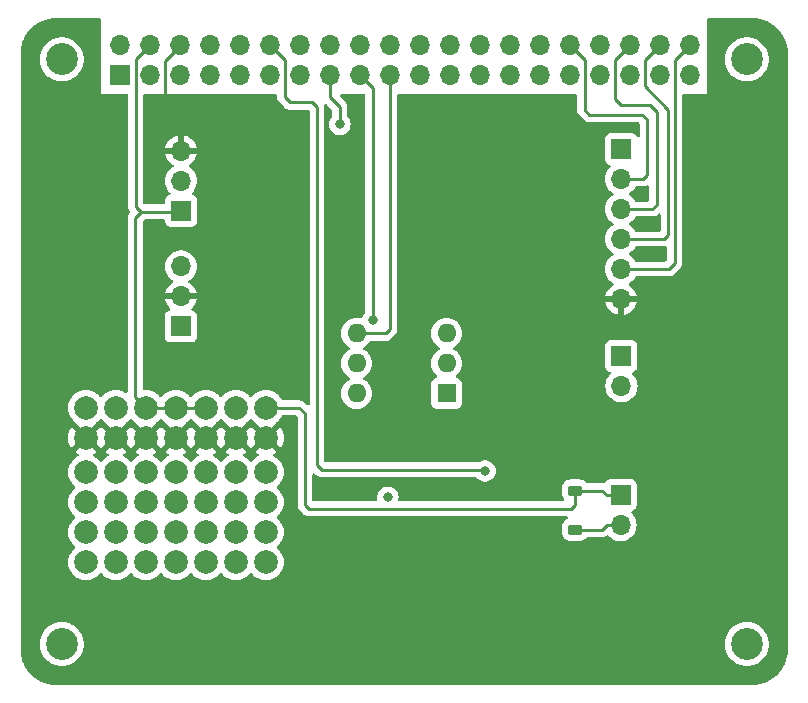
<source format=gbr>
G04 #@! TF.GenerationSoftware,KiCad,Pcbnew,8.0.0*
G04 #@! TF.CreationDate,2024-09-16T09:54:47+02:00*
G04 #@! TF.ProjectId,SVXLink_PiHat_V1,5356584c-696e-46b5-9f50-694861745f56,rev?*
G04 #@! TF.SameCoordinates,Original*
G04 #@! TF.FileFunction,Copper,L2,Bot*
G04 #@! TF.FilePolarity,Positive*
%FSLAX46Y46*%
G04 Gerber Fmt 4.6, Leading zero omitted, Abs format (unit mm)*
G04 Created by KiCad (PCBNEW 8.0.0) date 2024-09-16 09:54:47*
%MOMM*%
%LPD*%
G01*
G04 APERTURE LIST*
G04 Aperture macros list*
%AMRoundRect*
0 Rectangle with rounded corners*
0 $1 Rounding radius*
0 $2 $3 $4 $5 $6 $7 $8 $9 X,Y pos of 4 corners*
0 Add a 4 corners polygon primitive as box body*
4,1,4,$2,$3,$4,$5,$6,$7,$8,$9,$2,$3,0*
0 Add four circle primitives for the rounded corners*
1,1,$1+$1,$2,$3*
1,1,$1+$1,$4,$5*
1,1,$1+$1,$6,$7*
1,1,$1+$1,$8,$9*
0 Add four rect primitives between the rounded corners*
20,1,$1+$1,$2,$3,$4,$5,0*
20,1,$1+$1,$4,$5,$6,$7,0*
20,1,$1+$1,$6,$7,$8,$9,0*
20,1,$1+$1,$8,$9,$2,$3,0*%
G04 Aperture macros list end*
G04 #@! TA.AperFunction,ComponentPad*
%ADD10R,1.700000X1.700000*%
G04 #@! TD*
G04 #@! TA.AperFunction,ComponentPad*
%ADD11O,1.700000X1.700000*%
G04 #@! TD*
G04 #@! TA.AperFunction,ComponentPad*
%ADD12C,2.000000*%
G04 #@! TD*
G04 #@! TA.AperFunction,ComponentPad*
%ADD13C,2.700000*%
G04 #@! TD*
G04 #@! TA.AperFunction,ComponentPad*
%ADD14R,1.600000X1.600000*%
G04 #@! TD*
G04 #@! TA.AperFunction,ComponentPad*
%ADD15O,1.600000X1.600000*%
G04 #@! TD*
G04 #@! TA.AperFunction,SMDPad,CuDef*
%ADD16RoundRect,0.225000X-0.375000X0.225000X-0.375000X-0.225000X0.375000X-0.225000X0.375000X0.225000X0*%
G04 #@! TD*
G04 #@! TA.AperFunction,ViaPad*
%ADD17C,0.800000*%
G04 #@! TD*
G04 #@! TA.AperFunction,Conductor*
%ADD18C,0.250000*%
G04 #@! TD*
G04 APERTURE END LIST*
D10*
X85400000Y-60350000D03*
D11*
X85400000Y-57810000D03*
X87940000Y-60350000D03*
X87940000Y-57810000D03*
X90480000Y-60350000D03*
X90480000Y-57810000D03*
X93020000Y-60350000D03*
X93020000Y-57810000D03*
X95560000Y-60350000D03*
X95560000Y-57810000D03*
X98100000Y-60350000D03*
X98100000Y-57810000D03*
X100640000Y-60350000D03*
X100640000Y-57810000D03*
X103180000Y-60350000D03*
X103180000Y-57810000D03*
X105720000Y-60350000D03*
X105720000Y-57810000D03*
X108260000Y-60350000D03*
X108260000Y-57810000D03*
X110800000Y-60350000D03*
X110800000Y-57810000D03*
X113340000Y-60350000D03*
X113340000Y-57810000D03*
X115880000Y-60350000D03*
X115880000Y-57810000D03*
X118420000Y-60350000D03*
X118420000Y-57810000D03*
X120960000Y-60350000D03*
X120960000Y-57810000D03*
X123500000Y-60350000D03*
X123500000Y-57810000D03*
X126040000Y-60350000D03*
X126040000Y-57810000D03*
X128580000Y-60350000D03*
X128580000Y-57810000D03*
X131120000Y-60350000D03*
X131120000Y-57810000D03*
X133660000Y-60350000D03*
X133660000Y-57810000D03*
D12*
X87630000Y-99060000D03*
X87630000Y-101600000D03*
X97790000Y-96520000D03*
X92710000Y-88519000D03*
D13*
X80497700Y-59009300D03*
D12*
X95250000Y-96520000D03*
X82550000Y-99060000D03*
X95250000Y-88519000D03*
X90170000Y-91059000D03*
X90170000Y-93980000D03*
D14*
X113080800Y-87299800D03*
D15*
X113080800Y-84759800D03*
X113080800Y-82219800D03*
X105460800Y-82219800D03*
X105460800Y-84759800D03*
X105460800Y-87299800D03*
D12*
X87630000Y-93980000D03*
X82550000Y-93980000D03*
X90170000Y-96520000D03*
D10*
X90582600Y-81635600D03*
D11*
X90582600Y-79095600D03*
X90582600Y-76555600D03*
D12*
X92710000Y-93980000D03*
D10*
X127806600Y-95905400D03*
D11*
X127806600Y-98445400D03*
D12*
X92710000Y-91059000D03*
X82550000Y-101600000D03*
X87630000Y-91059000D03*
D13*
X80497700Y-108509300D03*
D12*
X82550000Y-91059000D03*
X95250000Y-101600000D03*
X92710000Y-101600000D03*
D13*
X138497700Y-108509300D03*
D12*
X90170000Y-99060000D03*
X85090000Y-101600000D03*
X87630000Y-88519000D03*
X90170000Y-88519000D03*
X97790000Y-93980000D03*
X97790000Y-99060000D03*
X85090000Y-93980000D03*
X92710000Y-99060000D03*
D13*
X138497700Y-59009300D03*
D12*
X92710000Y-96520000D03*
X90170000Y-101600000D03*
X97790000Y-88519000D03*
X95250000Y-99060000D03*
X85090000Y-88519000D03*
X82550000Y-96520000D03*
X95250000Y-93980000D03*
X85090000Y-96520000D03*
X85090000Y-99060000D03*
D10*
X127882800Y-84132500D03*
D11*
X127882800Y-86672500D03*
D10*
X127863600Y-66611500D03*
D11*
X127863600Y-69151500D03*
X127863600Y-71691500D03*
X127863600Y-74231500D03*
X127863600Y-76771500D03*
X127863600Y-79311500D03*
D12*
X87630000Y-96520000D03*
D10*
X90608000Y-71841600D03*
D11*
X90608000Y-69301600D03*
X90608000Y-66761600D03*
D12*
X82550000Y-88519000D03*
X95250000Y-91059000D03*
X85090000Y-91059000D03*
X97790000Y-91059000D03*
X97790000Y-101600000D03*
D16*
X123952000Y-95552900D03*
X123952000Y-98852900D03*
D17*
X108102400Y-96113600D03*
X116433600Y-87934800D03*
X129286000Y-70408800D03*
X108051600Y-83667600D03*
X129286000Y-72999600D03*
X129286000Y-75488800D03*
X116332000Y-93878400D03*
X106832400Y-81127600D03*
X104038400Y-64516000D03*
D18*
X104038400Y-64516000D02*
X104038400Y-63042800D01*
X104038400Y-63042800D02*
X103180000Y-62184400D01*
X103180000Y-62184400D02*
X103180000Y-60350000D01*
X107924600Y-82219800D02*
X108260000Y-81884400D01*
X105460800Y-82219800D02*
X107924600Y-82219800D01*
X108260000Y-81884400D02*
X108260000Y-60350000D01*
X89210000Y-59176800D02*
X90480000Y-57906800D01*
X89210000Y-62160000D02*
X89210000Y-59176800D01*
X90480000Y-57906800D02*
X90480000Y-57810000D01*
X130860800Y-63449200D02*
X130860800Y-71323200D01*
X127812800Y-62890400D02*
X130302000Y-62890400D01*
X130860800Y-71323200D02*
X130492500Y-71691500D01*
X127304800Y-59085200D02*
X127304800Y-62382400D01*
X130492500Y-71691500D02*
X127863600Y-71691500D01*
X130302000Y-62890400D02*
X130860800Y-63449200D01*
X128580000Y-57810000D02*
X127304800Y-59085200D01*
X127304800Y-62382400D02*
X127812800Y-62890400D01*
X127863600Y-76771500D02*
X131889500Y-76771500D01*
X132384800Y-76276200D02*
X132384800Y-59085200D01*
X132384800Y-59085200D02*
X133660000Y-57810000D01*
X131889500Y-76771500D02*
X132384800Y-76276200D01*
X127806600Y-95905400D02*
X126629900Y-95905400D01*
X87940000Y-57810000D02*
X86763300Y-58986700D01*
X101447600Y-97078800D02*
X101092000Y-96723200D01*
X86715600Y-87604600D02*
X86715600Y-72440800D01*
X101092000Y-89001600D02*
X100609400Y-88519000D01*
X87630000Y-88519000D02*
X86715600Y-87604600D01*
X92710000Y-88519000D02*
X87630000Y-88519000D01*
X87223600Y-71932800D02*
X90516800Y-71932800D01*
X126277400Y-95552900D02*
X126629900Y-95905400D01*
X101092000Y-96723200D02*
X101092000Y-89001600D01*
X123952000Y-95552900D02*
X123952000Y-96723200D01*
X90516800Y-71932800D02*
X90608000Y-71841600D01*
X123596400Y-97078800D02*
X101447600Y-97078800D01*
X123952000Y-95552900D02*
X126277400Y-95552900D01*
X123952000Y-96723200D02*
X123596400Y-97078800D01*
X86715600Y-72440800D02*
X87223600Y-71932800D01*
X100609400Y-88519000D02*
X97790000Y-88519000D01*
X86763300Y-58986700D02*
X86763300Y-71529500D01*
X87166600Y-71932800D02*
X90516800Y-71932800D01*
X86763300Y-71529500D02*
X87166600Y-71932800D01*
X99364800Y-62179200D02*
X99364800Y-59074800D01*
X102108000Y-63042800D02*
X101701600Y-62636400D01*
X99364800Y-59074800D02*
X98100000Y-57810000D01*
X102514400Y-93776800D02*
X102108000Y-93370400D01*
X102108000Y-93370400D02*
X102108000Y-63042800D01*
X116332000Y-93878400D02*
X116230400Y-93776800D01*
X99822000Y-62636400D02*
X99364800Y-62179200D01*
X116230400Y-93776800D02*
X102514400Y-93776800D01*
X101701600Y-62636400D02*
X99822000Y-62636400D01*
X106832400Y-61462400D02*
X105720000Y-60350000D01*
X106832400Y-81127600D02*
X106832400Y-61462400D01*
X129844800Y-61315600D02*
X129844800Y-59085200D01*
X131826000Y-73914000D02*
X131826000Y-63296800D01*
X129844800Y-59085200D02*
X131120000Y-57810000D01*
X131826000Y-63296800D02*
X129844800Y-61315600D01*
X131508500Y-74231500D02*
X131826000Y-73914000D01*
X127863600Y-74231500D02*
X131508500Y-74231500D01*
X125171200Y-63703200D02*
X124764800Y-63296800D01*
X129641600Y-63703200D02*
X125171200Y-63703200D01*
X130048000Y-68783200D02*
X130048000Y-64109600D01*
X130048000Y-64109600D02*
X129641600Y-63703200D01*
X127863600Y-69151500D02*
X129679700Y-69151500D01*
X129679700Y-69151500D02*
X130048000Y-68783200D01*
X124764800Y-63296800D02*
X124764800Y-59074800D01*
X124764800Y-59074800D02*
X123500000Y-57810000D01*
X127806600Y-98445400D02*
X126629900Y-98445400D01*
X126222400Y-98852900D02*
X126629900Y-98445400D01*
X123952000Y-98852900D02*
X126222400Y-98852900D01*
G04 #@! TA.AperFunction,Conductor*
G36*
X86072839Y-61995685D02*
G01*
X86118594Y-62048489D01*
X86129800Y-62100000D01*
X86129800Y-71591898D01*
X86154143Y-71714277D01*
X86154145Y-71714285D01*
X86201898Y-71829572D01*
X86201900Y-71829575D01*
X86237095Y-71882248D01*
X86257973Y-71948925D01*
X86239489Y-72016305D01*
X86227076Y-72031996D01*
X86227394Y-72032257D01*
X86223528Y-72036967D01*
X86154203Y-72140718D01*
X86154198Y-72140727D01*
X86106445Y-72256014D01*
X86106443Y-72256022D01*
X86082100Y-72378401D01*
X86082100Y-87136330D01*
X86062415Y-87203369D01*
X86009611Y-87249124D01*
X85940453Y-87259068D01*
X85893310Y-87242057D01*
X85776962Y-87170759D01*
X85776959Y-87170757D01*
X85557596Y-87079895D01*
X85326714Y-87024465D01*
X85090000Y-87005835D01*
X84853285Y-87024465D01*
X84622404Y-87079895D01*
X84622402Y-87079895D01*
X84403040Y-87170757D01*
X84403037Y-87170759D01*
X84200589Y-87294820D01*
X84200586Y-87294821D01*
X84020031Y-87449031D01*
X83914290Y-87572838D01*
X83855783Y-87611031D01*
X83785915Y-87611529D01*
X83726869Y-87574176D01*
X83725710Y-87572838D01*
X83671843Y-87509768D01*
X83619969Y-87449031D01*
X83470405Y-87321291D01*
X83439413Y-87294821D01*
X83439410Y-87294820D01*
X83236962Y-87170759D01*
X83236959Y-87170757D01*
X83017596Y-87079895D01*
X82786714Y-87024465D01*
X82550000Y-87005835D01*
X82313285Y-87024465D01*
X82082404Y-87079895D01*
X82082402Y-87079895D01*
X81863040Y-87170757D01*
X81863037Y-87170759D01*
X81660589Y-87294820D01*
X81660586Y-87294821D01*
X81480031Y-87449031D01*
X81325821Y-87629586D01*
X81325820Y-87629589D01*
X81201759Y-87832037D01*
X81201757Y-87832040D01*
X81110895Y-88051402D01*
X81110895Y-88051404D01*
X81055465Y-88282285D01*
X81036835Y-88519000D01*
X81055465Y-88755714D01*
X81110895Y-88986595D01*
X81110895Y-88986597D01*
X81201757Y-89205959D01*
X81201759Y-89205962D01*
X81325820Y-89408410D01*
X81325821Y-89408413D01*
X81480033Y-89588971D01*
X81637338Y-89723322D01*
X81675532Y-89781828D01*
X81680569Y-89825297D01*
X81679942Y-89835390D01*
X82420590Y-90576037D01*
X82357007Y-90593075D01*
X82242993Y-90658901D01*
X82149901Y-90751993D01*
X82084075Y-90866007D01*
X82067037Y-90929589D01*
X81326564Y-90189116D01*
X81226267Y-90342632D01*
X81126412Y-90570282D01*
X81065387Y-90811261D01*
X81065385Y-90811270D01*
X81044859Y-91058994D01*
X81044859Y-91059005D01*
X81065385Y-91306729D01*
X81065387Y-91306738D01*
X81126412Y-91547717D01*
X81226266Y-91775364D01*
X81326564Y-91928882D01*
X82067037Y-91188409D01*
X82084075Y-91251993D01*
X82149901Y-91366007D01*
X82242993Y-91459099D01*
X82357007Y-91524925D01*
X82420590Y-91541962D01*
X81679942Y-92282609D01*
X81726768Y-92319055D01*
X81726770Y-92319056D01*
X81884110Y-92404204D01*
X81933701Y-92453423D01*
X81948809Y-92521640D01*
X81924639Y-92587196D01*
X81872552Y-92627818D01*
X81863035Y-92631760D01*
X81660589Y-92755820D01*
X81660586Y-92755821D01*
X81480031Y-92910031D01*
X81325821Y-93090586D01*
X81325820Y-93090589D01*
X81201759Y-93293037D01*
X81201757Y-93293040D01*
X81110895Y-93512402D01*
X81110895Y-93512404D01*
X81055465Y-93743285D01*
X81036835Y-93980000D01*
X81055465Y-94216714D01*
X81110895Y-94447595D01*
X81110895Y-94447597D01*
X81201757Y-94666959D01*
X81201759Y-94666962D01*
X81325820Y-94869410D01*
X81325821Y-94869413D01*
X81373146Y-94924823D01*
X81480031Y-95049969D01*
X81603838Y-95155710D01*
X81642031Y-95214217D01*
X81642529Y-95284085D01*
X81605176Y-95343131D01*
X81603861Y-95344269D01*
X81497940Y-95434735D01*
X81480031Y-95450031D01*
X81325821Y-95630586D01*
X81325820Y-95630589D01*
X81201759Y-95833037D01*
X81201757Y-95833040D01*
X81110895Y-96052402D01*
X81110895Y-96052404D01*
X81055465Y-96283285D01*
X81036835Y-96520000D01*
X81055465Y-96756714D01*
X81110895Y-96987595D01*
X81110895Y-96987597D01*
X81201757Y-97206959D01*
X81201759Y-97206962D01*
X81325820Y-97409410D01*
X81325821Y-97409413D01*
X81341669Y-97427968D01*
X81480031Y-97589969D01*
X81603838Y-97695710D01*
X81642031Y-97754217D01*
X81642529Y-97824085D01*
X81605176Y-97883131D01*
X81603861Y-97884269D01*
X81516834Y-97958598D01*
X81480031Y-97990031D01*
X81325821Y-98170586D01*
X81325820Y-98170589D01*
X81201759Y-98373037D01*
X81201757Y-98373040D01*
X81110895Y-98592402D01*
X81110895Y-98592404D01*
X81055465Y-98823285D01*
X81036835Y-99060000D01*
X81055465Y-99296714D01*
X81110895Y-99527595D01*
X81110895Y-99527597D01*
X81201757Y-99746959D01*
X81201759Y-99746962D01*
X81325820Y-99949410D01*
X81325821Y-99949413D01*
X81341669Y-99967968D01*
X81480031Y-100129969D01*
X81603838Y-100235710D01*
X81642031Y-100294217D01*
X81642529Y-100364085D01*
X81605176Y-100423131D01*
X81603861Y-100424269D01*
X81480031Y-100530031D01*
X81325821Y-100710586D01*
X81325820Y-100710589D01*
X81201759Y-100913037D01*
X81201757Y-100913040D01*
X81110895Y-101132402D01*
X81110895Y-101132404D01*
X81055465Y-101363285D01*
X81036835Y-101600000D01*
X81055465Y-101836714D01*
X81110895Y-102067595D01*
X81110895Y-102067597D01*
X81201757Y-102286959D01*
X81201759Y-102286962D01*
X81325820Y-102489410D01*
X81325821Y-102489413D01*
X81341669Y-102507968D01*
X81480031Y-102669969D01*
X81619797Y-102789340D01*
X81660586Y-102824178D01*
X81660589Y-102824179D01*
X81863037Y-102948240D01*
X81863040Y-102948242D01*
X82082403Y-103039104D01*
X82082404Y-103039104D01*
X82082406Y-103039105D01*
X82313289Y-103094535D01*
X82550000Y-103113165D01*
X82786711Y-103094535D01*
X83017594Y-103039105D01*
X83017596Y-103039104D01*
X83017597Y-103039104D01*
X83236959Y-102948242D01*
X83236960Y-102948241D01*
X83236963Y-102948240D01*
X83439416Y-102824176D01*
X83619969Y-102669969D01*
X83725711Y-102546160D01*
X83784216Y-102507968D01*
X83854084Y-102507469D01*
X83913131Y-102544823D01*
X83914200Y-102546057D01*
X84020030Y-102669968D01*
X84020031Y-102669969D01*
X84200586Y-102824178D01*
X84200589Y-102824179D01*
X84403037Y-102948240D01*
X84403040Y-102948242D01*
X84622403Y-103039104D01*
X84622404Y-103039104D01*
X84622406Y-103039105D01*
X84853289Y-103094535D01*
X85090000Y-103113165D01*
X85326711Y-103094535D01*
X85557594Y-103039105D01*
X85557596Y-103039104D01*
X85557597Y-103039104D01*
X85776959Y-102948242D01*
X85776960Y-102948241D01*
X85776963Y-102948240D01*
X85979416Y-102824176D01*
X86159969Y-102669969D01*
X86265711Y-102546160D01*
X86324216Y-102507968D01*
X86394084Y-102507469D01*
X86453131Y-102544823D01*
X86454200Y-102546057D01*
X86560030Y-102669968D01*
X86560031Y-102669969D01*
X86740586Y-102824178D01*
X86740589Y-102824179D01*
X86943037Y-102948240D01*
X86943040Y-102948242D01*
X87162403Y-103039104D01*
X87162404Y-103039104D01*
X87162406Y-103039105D01*
X87393289Y-103094535D01*
X87630000Y-103113165D01*
X87866711Y-103094535D01*
X88097594Y-103039105D01*
X88097596Y-103039104D01*
X88097597Y-103039104D01*
X88316959Y-102948242D01*
X88316960Y-102948241D01*
X88316963Y-102948240D01*
X88519416Y-102824176D01*
X88699969Y-102669969D01*
X88805711Y-102546160D01*
X88864216Y-102507968D01*
X88934084Y-102507469D01*
X88993131Y-102544823D01*
X88994200Y-102546057D01*
X89100030Y-102669968D01*
X89100031Y-102669969D01*
X89280586Y-102824178D01*
X89280589Y-102824179D01*
X89483037Y-102948240D01*
X89483040Y-102948242D01*
X89702403Y-103039104D01*
X89702404Y-103039104D01*
X89702406Y-103039105D01*
X89933289Y-103094535D01*
X90170000Y-103113165D01*
X90406711Y-103094535D01*
X90637594Y-103039105D01*
X90637596Y-103039104D01*
X90637597Y-103039104D01*
X90856959Y-102948242D01*
X90856960Y-102948241D01*
X90856963Y-102948240D01*
X91059416Y-102824176D01*
X91239969Y-102669969D01*
X91345711Y-102546160D01*
X91404216Y-102507968D01*
X91474084Y-102507469D01*
X91533131Y-102544823D01*
X91534200Y-102546057D01*
X91640030Y-102669968D01*
X91640031Y-102669969D01*
X91820586Y-102824178D01*
X91820589Y-102824179D01*
X92023037Y-102948240D01*
X92023040Y-102948242D01*
X92242403Y-103039104D01*
X92242404Y-103039104D01*
X92242406Y-103039105D01*
X92473289Y-103094535D01*
X92710000Y-103113165D01*
X92946711Y-103094535D01*
X93177594Y-103039105D01*
X93177596Y-103039104D01*
X93177597Y-103039104D01*
X93396959Y-102948242D01*
X93396960Y-102948241D01*
X93396963Y-102948240D01*
X93599416Y-102824176D01*
X93779969Y-102669969D01*
X93885711Y-102546160D01*
X93944216Y-102507968D01*
X94014084Y-102507469D01*
X94073131Y-102544823D01*
X94074200Y-102546057D01*
X94180030Y-102669968D01*
X94180031Y-102669969D01*
X94360586Y-102824178D01*
X94360589Y-102824179D01*
X94563037Y-102948240D01*
X94563040Y-102948242D01*
X94782403Y-103039104D01*
X94782404Y-103039104D01*
X94782406Y-103039105D01*
X95013289Y-103094535D01*
X95250000Y-103113165D01*
X95486711Y-103094535D01*
X95717594Y-103039105D01*
X95717596Y-103039104D01*
X95717597Y-103039104D01*
X95936959Y-102948242D01*
X95936960Y-102948241D01*
X95936963Y-102948240D01*
X96139416Y-102824176D01*
X96319969Y-102669969D01*
X96425711Y-102546160D01*
X96484216Y-102507968D01*
X96554084Y-102507469D01*
X96613131Y-102544823D01*
X96614200Y-102546057D01*
X96720030Y-102669968D01*
X96720031Y-102669969D01*
X96900586Y-102824178D01*
X96900589Y-102824179D01*
X97103037Y-102948240D01*
X97103040Y-102948242D01*
X97322403Y-103039104D01*
X97322404Y-103039104D01*
X97322406Y-103039105D01*
X97553289Y-103094535D01*
X97790000Y-103113165D01*
X98026711Y-103094535D01*
X98257594Y-103039105D01*
X98257596Y-103039104D01*
X98257597Y-103039104D01*
X98476959Y-102948242D01*
X98476960Y-102948241D01*
X98476963Y-102948240D01*
X98679416Y-102824176D01*
X98859969Y-102669969D01*
X99014176Y-102489416D01*
X99138240Y-102286963D01*
X99229105Y-102067594D01*
X99284535Y-101836711D01*
X99303165Y-101600000D01*
X99284535Y-101363289D01*
X99229105Y-101132406D01*
X99229104Y-101132403D01*
X99229104Y-101132402D01*
X99138242Y-100913040D01*
X99138240Y-100913037D01*
X99014179Y-100710589D01*
X99014178Y-100710586D01*
X98859969Y-100530031D01*
X98736160Y-100424288D01*
X98697968Y-100365784D01*
X98697469Y-100295916D01*
X98734823Y-100236869D01*
X98736057Y-100235799D01*
X98859969Y-100129969D01*
X99014176Y-99949416D01*
X99138240Y-99746963D01*
X99160285Y-99693743D01*
X99229104Y-99527597D01*
X99229104Y-99527596D01*
X99229105Y-99527594D01*
X99284535Y-99296711D01*
X99303165Y-99060000D01*
X99284535Y-98823289D01*
X99229105Y-98592406D01*
X99229104Y-98592403D01*
X99229104Y-98592402D01*
X99138242Y-98373040D01*
X99138240Y-98373037D01*
X99014179Y-98170589D01*
X99014178Y-98170586D01*
X98859969Y-97990031D01*
X98823170Y-97958602D01*
X98736160Y-97884288D01*
X98697968Y-97825784D01*
X98697469Y-97755916D01*
X98734823Y-97696869D01*
X98736057Y-97695799D01*
X98859969Y-97589969D01*
X99014176Y-97409416D01*
X99138240Y-97206963D01*
X99138520Y-97206289D01*
X99229104Y-96987597D01*
X99229104Y-96987596D01*
X99229105Y-96987594D01*
X99284535Y-96756711D01*
X99303165Y-96520000D01*
X99284535Y-96283289D01*
X99229105Y-96052406D01*
X99229104Y-96052403D01*
X99229104Y-96052402D01*
X99138242Y-95833040D01*
X99138240Y-95833037D01*
X99082479Y-95742044D01*
X99014178Y-95630588D01*
X99014178Y-95630586D01*
X98859969Y-95450031D01*
X98736160Y-95344288D01*
X98697968Y-95285784D01*
X98697469Y-95215916D01*
X98734823Y-95156869D01*
X98736057Y-95155799D01*
X98859969Y-95049969D01*
X99014176Y-94869416D01*
X99138240Y-94666963D01*
X99141704Y-94658602D01*
X99229104Y-94447597D01*
X99229104Y-94447596D01*
X99229105Y-94447594D01*
X99284535Y-94216711D01*
X99303165Y-93980000D01*
X99284535Y-93743289D01*
X99229105Y-93512406D01*
X99229104Y-93512403D01*
X99229104Y-93512402D01*
X99138242Y-93293040D01*
X99138240Y-93293037D01*
X99046357Y-93143098D01*
X99014178Y-93090588D01*
X99014178Y-93090586D01*
X98965710Y-93033838D01*
X98859969Y-92910031D01*
X98740596Y-92808076D01*
X98679413Y-92755821D01*
X98679410Y-92755820D01*
X98476963Y-92631760D01*
X98467450Y-92627819D01*
X98413048Y-92583976D01*
X98390985Y-92517681D01*
X98408266Y-92449983D01*
X98455889Y-92404204D01*
X98613228Y-92319057D01*
X98613231Y-92319055D01*
X98660056Y-92282609D01*
X97919409Y-91541962D01*
X97982993Y-91524925D01*
X98097007Y-91459099D01*
X98190099Y-91366007D01*
X98255925Y-91251993D01*
X98272962Y-91188410D01*
X99013434Y-91928882D01*
X99113731Y-91775369D01*
X99213587Y-91547717D01*
X99274612Y-91306738D01*
X99274614Y-91306729D01*
X99295141Y-91059005D01*
X99295141Y-91058994D01*
X99274614Y-90811270D01*
X99274612Y-90811261D01*
X99213587Y-90570282D01*
X99113731Y-90342630D01*
X99013434Y-90189116D01*
X98272962Y-90929589D01*
X98255925Y-90866007D01*
X98190099Y-90751993D01*
X98097007Y-90658901D01*
X97982993Y-90593075D01*
X97919410Y-90576037D01*
X98660056Y-89835390D01*
X98659430Y-89825298D01*
X98674922Y-89757168D01*
X98702658Y-89723325D01*
X98859969Y-89588969D01*
X99014176Y-89408416D01*
X99087350Y-89289008D01*
X99134719Y-89211710D01*
X99186531Y-89164835D01*
X99240446Y-89152500D01*
X100295634Y-89152500D01*
X100362673Y-89172185D01*
X100383315Y-89188819D01*
X100422181Y-89227685D01*
X100455666Y-89289008D01*
X100458500Y-89315366D01*
X100458500Y-96785598D01*
X100482843Y-96907977D01*
X100482845Y-96907985D01*
X100530598Y-97023272D01*
X100530603Y-97023281D01*
X100599928Y-97127032D01*
X100599931Y-97127036D01*
X100955529Y-97482633D01*
X101043764Y-97570868D01*
X101043768Y-97570872D01*
X101147518Y-97640196D01*
X101147524Y-97640199D01*
X101147525Y-97640200D01*
X101262815Y-97687955D01*
X101385201Y-97712299D01*
X101385205Y-97712300D01*
X123239754Y-97712300D01*
X123306793Y-97731985D01*
X123352548Y-97784789D01*
X123362492Y-97853947D01*
X123333467Y-97917503D01*
X123278758Y-97954005D01*
X123271859Y-97956291D01*
X123264901Y-97958597D01*
X123264890Y-97958602D01*
X123118963Y-98048612D01*
X123118959Y-98048615D01*
X122997715Y-98169859D01*
X122997712Y-98169863D01*
X122907702Y-98315790D01*
X122907697Y-98315801D01*
X122853764Y-98478563D01*
X122843500Y-98579020D01*
X122843500Y-99126779D01*
X122853764Y-99227236D01*
X122907697Y-99389998D01*
X122907702Y-99390009D01*
X122997712Y-99535936D01*
X122997715Y-99535940D01*
X123118959Y-99657184D01*
X123118963Y-99657187D01*
X123264890Y-99747197D01*
X123264893Y-99747198D01*
X123264899Y-99747202D01*
X123427664Y-99801136D01*
X123528128Y-99811400D01*
X123528133Y-99811400D01*
X124375867Y-99811400D01*
X124375872Y-99811400D01*
X124476336Y-99801136D01*
X124639101Y-99747202D01*
X124785040Y-99657185D01*
X124906285Y-99535940D01*
X124906288Y-99535934D01*
X124908223Y-99533489D01*
X124909980Y-99532244D01*
X124911392Y-99530833D01*
X124911633Y-99531074D01*
X124965245Y-99493112D01*
X125005489Y-99486400D01*
X126284795Y-99486400D01*
X126284796Y-99486399D01*
X126407185Y-99462055D01*
X126522475Y-99414300D01*
X126626233Y-99344971D01*
X126626242Y-99344961D01*
X126627950Y-99343561D01*
X126629031Y-99343101D01*
X126631298Y-99341587D01*
X126631585Y-99342016D01*
X126692257Y-99316241D01*
X126761126Y-99328025D01*
X126797854Y-99355423D01*
X126883356Y-99448302D01*
X126883361Y-99448307D01*
X126901026Y-99462056D01*
X127061024Y-99586589D01*
X127061025Y-99586589D01*
X127061027Y-99586591D01*
X127187735Y-99655161D01*
X127259026Y-99693742D01*
X127471965Y-99766844D01*
X127694031Y-99803900D01*
X127919169Y-99803900D01*
X128141235Y-99766844D01*
X128354174Y-99693742D01*
X128552176Y-99586589D01*
X128729840Y-99448306D01*
X128869392Y-99296714D01*
X128882315Y-99282676D01*
X128882316Y-99282674D01*
X128882322Y-99282668D01*
X129005460Y-99094191D01*
X129095896Y-98888016D01*
X129151164Y-98669768D01*
X129169756Y-98445400D01*
X129151164Y-98221032D01*
X129095896Y-98002784D01*
X129005460Y-97796609D01*
X128976807Y-97752753D01*
X128913490Y-97655839D01*
X128882322Y-97608132D01*
X128882319Y-97608129D01*
X128882315Y-97608123D01*
X128737110Y-97450391D01*
X128706187Y-97387737D01*
X128714047Y-97318311D01*
X128758194Y-97264155D01*
X128785005Y-97250227D01*
X128865184Y-97220320D01*
X128902804Y-97206289D01*
X129019861Y-97118661D01*
X129107489Y-97001604D01*
X129158589Y-96864601D01*
X129162191Y-96831092D01*
X129165099Y-96804054D01*
X129165100Y-96804037D01*
X129165100Y-95006762D01*
X129165099Y-95006745D01*
X129161757Y-94975670D01*
X129158589Y-94946199D01*
X129157213Y-94942511D01*
X129120337Y-94843643D01*
X129107489Y-94809196D01*
X129019861Y-94692139D01*
X128902804Y-94604511D01*
X128875696Y-94594400D01*
X128765803Y-94553411D01*
X128705254Y-94546900D01*
X128705238Y-94546900D01*
X126907962Y-94546900D01*
X126907945Y-94546900D01*
X126847397Y-94553411D01*
X126847395Y-94553411D01*
X126710395Y-94604511D01*
X126593339Y-94692139D01*
X126505711Y-94809195D01*
X126505710Y-94809196D01*
X126492862Y-94843643D01*
X126450989Y-94899576D01*
X126385524Y-94923991D01*
X126352495Y-94921925D01*
X126339800Y-94919400D01*
X126339794Y-94919400D01*
X125005489Y-94919400D01*
X124938450Y-94899715D01*
X124908223Y-94872311D01*
X124906284Y-94869859D01*
X124785040Y-94748615D01*
X124785036Y-94748612D01*
X124639109Y-94658602D01*
X124639103Y-94658599D01*
X124639101Y-94658598D01*
X124476336Y-94604664D01*
X124375879Y-94594400D01*
X124375872Y-94594400D01*
X123528128Y-94594400D01*
X123528120Y-94594400D01*
X123427663Y-94604664D01*
X123264901Y-94658597D01*
X123264890Y-94658602D01*
X123118963Y-94748612D01*
X123118959Y-94748615D01*
X122997715Y-94869859D01*
X122997712Y-94869863D01*
X122907702Y-95015790D01*
X122907697Y-95015801D01*
X122853764Y-95178563D01*
X122843500Y-95279020D01*
X122843500Y-95826779D01*
X122853764Y-95927236D01*
X122907697Y-96089998D01*
X122907702Y-96090009D01*
X122997712Y-96235936D01*
X123002193Y-96241603D01*
X123000489Y-96242950D01*
X123028879Y-96294942D01*
X123023895Y-96364634D01*
X122982023Y-96420567D01*
X122916559Y-96444984D01*
X122907713Y-96445300D01*
X109118757Y-96445300D01*
X109051718Y-96425615D01*
X109005963Y-96372811D01*
X108995436Y-96308339D01*
X108998069Y-96283289D01*
X109015904Y-96113600D01*
X108995942Y-95923672D01*
X108936927Y-95742044D01*
X108841440Y-95576656D01*
X108713653Y-95434734D01*
X108559152Y-95322482D01*
X108384688Y-95244806D01*
X108384686Y-95244805D01*
X108197887Y-95205100D01*
X108006913Y-95205100D01*
X107820114Y-95244805D01*
X107645646Y-95322483D01*
X107491145Y-95434735D01*
X107363359Y-95576657D01*
X107267873Y-95742043D01*
X107267870Y-95742050D01*
X107238307Y-95833037D01*
X107208858Y-95923672D01*
X107188896Y-96113600D01*
X107206730Y-96283285D01*
X107209364Y-96308339D01*
X107196794Y-96377068D01*
X107149062Y-96428092D01*
X107086043Y-96445300D01*
X101849500Y-96445300D01*
X101782461Y-96425615D01*
X101736706Y-96372811D01*
X101725500Y-96321300D01*
X101725500Y-94183166D01*
X101745185Y-94116127D01*
X101797989Y-94070372D01*
X101867147Y-94060428D01*
X101930703Y-94089453D01*
X101937181Y-94095485D01*
X102022329Y-94180633D01*
X102091645Y-94249949D01*
X102110568Y-94268872D01*
X102214318Y-94338196D01*
X102214324Y-94338199D01*
X102214325Y-94338200D01*
X102329615Y-94385955D01*
X102452001Y-94410299D01*
X102452005Y-94410300D01*
X102452006Y-94410300D01*
X115533210Y-94410300D01*
X115600249Y-94429985D01*
X115625360Y-94451328D01*
X115720747Y-94557266D01*
X115875248Y-94669518D01*
X116049712Y-94747194D01*
X116236513Y-94786900D01*
X116427487Y-94786900D01*
X116614288Y-94747194D01*
X116788752Y-94669518D01*
X116943253Y-94557266D01*
X117071040Y-94415344D01*
X117166527Y-94249956D01*
X117225542Y-94068328D01*
X117245504Y-93878400D01*
X117225542Y-93688472D01*
X117166527Y-93506844D01*
X117071040Y-93341456D01*
X116943253Y-93199534D01*
X116788752Y-93087282D01*
X116614288Y-93009606D01*
X116614286Y-93009605D01*
X116427487Y-92969900D01*
X116236513Y-92969900D01*
X116049714Y-93009605D01*
X115962480Y-93048444D01*
X115909503Y-93072031D01*
X115875246Y-93087283D01*
X115870703Y-93090584D01*
X115830740Y-93119618D01*
X115764936Y-93143098D01*
X115757856Y-93143300D01*
X102865500Y-93143300D01*
X102798461Y-93123615D01*
X102752706Y-93070811D01*
X102741500Y-93019300D01*
X102741500Y-62980405D01*
X102737172Y-62958649D01*
X102743399Y-62889057D01*
X102786261Y-62833879D01*
X102852150Y-62810634D01*
X102920148Y-62826701D01*
X102946470Y-62846775D01*
X103368581Y-63268885D01*
X103402066Y-63330208D01*
X103404900Y-63356566D01*
X103404900Y-63814241D01*
X103385215Y-63881280D01*
X103373050Y-63897213D01*
X103299363Y-63979050D01*
X103299358Y-63979057D01*
X103203873Y-64144443D01*
X103203870Y-64144450D01*
X103144859Y-64326068D01*
X103144858Y-64326072D01*
X103124896Y-64516000D01*
X103144858Y-64705928D01*
X103144859Y-64705931D01*
X103203870Y-64887549D01*
X103203873Y-64887556D01*
X103299360Y-65052944D01*
X103427147Y-65194866D01*
X103581648Y-65307118D01*
X103756112Y-65384794D01*
X103942913Y-65424500D01*
X104133887Y-65424500D01*
X104320688Y-65384794D01*
X104495152Y-65307118D01*
X104649653Y-65194866D01*
X104777440Y-65052944D01*
X104872927Y-64887556D01*
X104931942Y-64705928D01*
X104951904Y-64516000D01*
X104931942Y-64326072D01*
X104872927Y-64144444D01*
X104777440Y-63979056D01*
X104777436Y-63979050D01*
X104703750Y-63897213D01*
X104673520Y-63834221D01*
X104671900Y-63814241D01*
X104671900Y-62980405D01*
X104671899Y-62980401D01*
X104647556Y-62858019D01*
X104647555Y-62858017D01*
X104647555Y-62858015D01*
X104599800Y-62742725D01*
X104599799Y-62742724D01*
X104599796Y-62742718D01*
X104530472Y-62638968D01*
X104530471Y-62638967D01*
X104442233Y-62550729D01*
X104079185Y-62187681D01*
X104045700Y-62126358D01*
X104050684Y-62056666D01*
X104092556Y-62000733D01*
X104158020Y-61976316D01*
X104166866Y-61976000D01*
X106074900Y-61976000D01*
X106141939Y-61995685D01*
X106187694Y-62048489D01*
X106198900Y-62100000D01*
X106198900Y-80425841D01*
X106179215Y-80492880D01*
X106167050Y-80508813D01*
X106093363Y-80590650D01*
X106093358Y-80590657D01*
X105997873Y-80756043D01*
X105997871Y-80756047D01*
X105958612Y-80876875D01*
X105919174Y-80934550D01*
X105854815Y-80961748D01*
X105808588Y-80958331D01*
X105719837Y-80934550D01*
X105688888Y-80926257D01*
X105688881Y-80926256D01*
X105460802Y-80906302D01*
X105460798Y-80906302D01*
X105232718Y-80926256D01*
X105232710Y-80926257D01*
X105011561Y-80985514D01*
X105011550Y-80985518D01*
X104804054Y-81082275D01*
X104804052Y-81082276D01*
X104804051Y-81082277D01*
X104616500Y-81213602D01*
X104616498Y-81213603D01*
X104616495Y-81213606D01*
X104454606Y-81375495D01*
X104323276Y-81563052D01*
X104323275Y-81563054D01*
X104226518Y-81770550D01*
X104226514Y-81770561D01*
X104167257Y-81991710D01*
X104167256Y-81991718D01*
X104147302Y-82219798D01*
X104147302Y-82219801D01*
X104167256Y-82447881D01*
X104167257Y-82447889D01*
X104226514Y-82669038D01*
X104226518Y-82669049D01*
X104323275Y-82876545D01*
X104323277Y-82876549D01*
X104454602Y-83064100D01*
X104616500Y-83225998D01*
X104804051Y-83357323D01*
X104847145Y-83377418D01*
X104899584Y-83423591D01*
X104918736Y-83490784D01*
X104898520Y-83557665D01*
X104847145Y-83602182D01*
X104804051Y-83622276D01*
X104678926Y-83709890D01*
X104616500Y-83753602D01*
X104616498Y-83753603D01*
X104616495Y-83753606D01*
X104454606Y-83915495D01*
X104323276Y-84103052D01*
X104323275Y-84103054D01*
X104226518Y-84310550D01*
X104226514Y-84310561D01*
X104167257Y-84531710D01*
X104167256Y-84531718D01*
X104147302Y-84759798D01*
X104147302Y-84759801D01*
X104167256Y-84987881D01*
X104167257Y-84987889D01*
X104226514Y-85209038D01*
X104226518Y-85209049D01*
X104290268Y-85345761D01*
X104323277Y-85416549D01*
X104454602Y-85604100D01*
X104616500Y-85765998D01*
X104801365Y-85895442D01*
X104804051Y-85897323D01*
X104847145Y-85917418D01*
X104899584Y-85963591D01*
X104918736Y-86030784D01*
X104898520Y-86097665D01*
X104847145Y-86142182D01*
X104804051Y-86162276D01*
X104707498Y-86229884D01*
X104616500Y-86293602D01*
X104616498Y-86293603D01*
X104616495Y-86293606D01*
X104454606Y-86455495D01*
X104323276Y-86643052D01*
X104323275Y-86643054D01*
X104226518Y-86850550D01*
X104226514Y-86850561D01*
X104167257Y-87071710D01*
X104167256Y-87071718D01*
X104147302Y-87299798D01*
X104147302Y-87299801D01*
X104167256Y-87527881D01*
X104167257Y-87527889D01*
X104226514Y-87749038D01*
X104226518Y-87749049D01*
X104306627Y-87920843D01*
X104323277Y-87956549D01*
X104454602Y-88144100D01*
X104616500Y-88305998D01*
X104804051Y-88437323D01*
X104859245Y-88463060D01*
X105011550Y-88534081D01*
X105011552Y-88534081D01*
X105011557Y-88534084D01*
X105232713Y-88593343D01*
X105395632Y-88607596D01*
X105460798Y-88613298D01*
X105460800Y-88613298D01*
X105460802Y-88613298D01*
X105517939Y-88608299D01*
X105688887Y-88593343D01*
X105910043Y-88534084D01*
X106117549Y-88437323D01*
X106305100Y-88305998D01*
X106466998Y-88144100D01*
X106598323Y-87956549D01*
X106695084Y-87749043D01*
X106754343Y-87527887D01*
X106774298Y-87299800D01*
X106773862Y-87294821D01*
X106758140Y-87115114D01*
X106754343Y-87071713D01*
X106695084Y-86850557D01*
X106598323Y-86643051D01*
X106466998Y-86455500D01*
X106305100Y-86293602D01*
X106117549Y-86162277D01*
X106074455Y-86142182D01*
X106022015Y-86096010D01*
X106002863Y-86028817D01*
X106023078Y-85961936D01*
X106074455Y-85917418D01*
X106077682Y-85915912D01*
X106117549Y-85897323D01*
X106305100Y-85765998D01*
X106466998Y-85604100D01*
X106598323Y-85416549D01*
X106695084Y-85209043D01*
X106754343Y-84987887D01*
X106774298Y-84759801D01*
X111767302Y-84759801D01*
X111787256Y-84987881D01*
X111787257Y-84987889D01*
X111846514Y-85209038D01*
X111846518Y-85209049D01*
X111910268Y-85345761D01*
X111943277Y-85416549D01*
X112074602Y-85604100D01*
X112236500Y-85765998D01*
X112244170Y-85771368D01*
X112287793Y-85825944D01*
X112294985Y-85895442D01*
X112263463Y-85957797D01*
X112203233Y-85993210D01*
X112186301Y-85996230D01*
X112171597Y-85997811D01*
X112171595Y-85997811D01*
X112034595Y-86048911D01*
X111917539Y-86136539D01*
X111829911Y-86253595D01*
X111778811Y-86390595D01*
X111778811Y-86390597D01*
X111772300Y-86451145D01*
X111772300Y-88148454D01*
X111778811Y-88209002D01*
X111778811Y-88209004D01*
X111814989Y-88305998D01*
X111829911Y-88346004D01*
X111917539Y-88463061D01*
X112034596Y-88550689D01*
X112171599Y-88601789D01*
X112198850Y-88604718D01*
X112232145Y-88608299D01*
X112232162Y-88608300D01*
X113929438Y-88608300D01*
X113929454Y-88608299D01*
X113956492Y-88605391D01*
X113990001Y-88601789D01*
X114127004Y-88550689D01*
X114244061Y-88463061D01*
X114331689Y-88346004D01*
X114382789Y-88209001D01*
X114386391Y-88175492D01*
X114389299Y-88148454D01*
X114389300Y-88148437D01*
X114389300Y-86672505D01*
X126519644Y-86672505D01*
X126538234Y-86896859D01*
X126538236Y-86896871D01*
X126593503Y-87115114D01*
X126683940Y-87321292D01*
X126807076Y-87509765D01*
X126807084Y-87509776D01*
X126959556Y-87675402D01*
X126959560Y-87675406D01*
X127137224Y-87813689D01*
X127137225Y-87813689D01*
X127137227Y-87813691D01*
X127233545Y-87865815D01*
X127335226Y-87920842D01*
X127548165Y-87993944D01*
X127770231Y-88031000D01*
X127995369Y-88031000D01*
X128217435Y-87993944D01*
X128430374Y-87920842D01*
X128628376Y-87813689D01*
X128806040Y-87675406D01*
X128905414Y-87567457D01*
X128958515Y-87509776D01*
X128958516Y-87509774D01*
X128958522Y-87509768D01*
X129081660Y-87321291D01*
X129172096Y-87115116D01*
X129227364Y-86896868D01*
X129227365Y-86896859D01*
X129245956Y-86672505D01*
X129245956Y-86672494D01*
X129227365Y-86448140D01*
X129227363Y-86448128D01*
X129212794Y-86390595D01*
X129172096Y-86229884D01*
X129081660Y-86023709D01*
X128958522Y-85835232D01*
X128958519Y-85835229D01*
X128958515Y-85835223D01*
X128813310Y-85677491D01*
X128782387Y-85614837D01*
X128790247Y-85545411D01*
X128834394Y-85491255D01*
X128861205Y-85477327D01*
X128941384Y-85447420D01*
X128979004Y-85433389D01*
X129096061Y-85345761D01*
X129183689Y-85228704D01*
X129234789Y-85091701D01*
X129238391Y-85058192D01*
X129241299Y-85031154D01*
X129241300Y-85031137D01*
X129241300Y-83233862D01*
X129241299Y-83233845D01*
X129237957Y-83202770D01*
X129234789Y-83173299D01*
X129183689Y-83036296D01*
X129096061Y-82919239D01*
X128979004Y-82831611D01*
X128971880Y-82828954D01*
X128842003Y-82780511D01*
X128781454Y-82774000D01*
X128781438Y-82774000D01*
X126984162Y-82774000D01*
X126984145Y-82774000D01*
X126923597Y-82780511D01*
X126923595Y-82780511D01*
X126786595Y-82831611D01*
X126669539Y-82919239D01*
X126581911Y-83036295D01*
X126530811Y-83173295D01*
X126530811Y-83173297D01*
X126524300Y-83233845D01*
X126524300Y-85031154D01*
X126530811Y-85091702D01*
X126530811Y-85091704D01*
X126574576Y-85209038D01*
X126581911Y-85228704D01*
X126669539Y-85345761D01*
X126786596Y-85433389D01*
X126838537Y-85452762D01*
X126904395Y-85477327D01*
X126960328Y-85519199D01*
X126984744Y-85584663D01*
X126969892Y-85652936D01*
X126952290Y-85677491D01*
X126807079Y-85835230D01*
X126807076Y-85835234D01*
X126683940Y-86023707D01*
X126593503Y-86229885D01*
X126538236Y-86448128D01*
X126538234Y-86448140D01*
X126519644Y-86672494D01*
X126519644Y-86672505D01*
X114389300Y-86672505D01*
X114389300Y-86451162D01*
X114389299Y-86451145D01*
X114385957Y-86420070D01*
X114382789Y-86390599D01*
X114331689Y-86253596D01*
X114244061Y-86136539D01*
X114127004Y-86048911D01*
X113990003Y-85997811D01*
X113975298Y-85996230D01*
X113910747Y-85969491D01*
X113870900Y-85912098D01*
X113868407Y-85842273D01*
X113904061Y-85782185D01*
X113917424Y-85771372D01*
X113925100Y-85765998D01*
X114086998Y-85604100D01*
X114218323Y-85416549D01*
X114315084Y-85209043D01*
X114374343Y-84987887D01*
X114394298Y-84759800D01*
X114374343Y-84531713D01*
X114315084Y-84310557D01*
X114218323Y-84103051D01*
X114086998Y-83915500D01*
X113925100Y-83753602D01*
X113737549Y-83622277D01*
X113694455Y-83602182D01*
X113642015Y-83556010D01*
X113622863Y-83488817D01*
X113643078Y-83421936D01*
X113694455Y-83377418D01*
X113697682Y-83375912D01*
X113737549Y-83357323D01*
X113925100Y-83225998D01*
X114086998Y-83064100D01*
X114218323Y-82876549D01*
X114315084Y-82669043D01*
X114374343Y-82447887D01*
X114394298Y-82219800D01*
X114391207Y-82184475D01*
X114374343Y-81991718D01*
X114374343Y-81991713D01*
X114315084Y-81770557D01*
X114218323Y-81563051D01*
X114086998Y-81375500D01*
X113925100Y-81213602D01*
X113737549Y-81082277D01*
X113737545Y-81082275D01*
X113530049Y-80985518D01*
X113530038Y-80985514D01*
X113308889Y-80926257D01*
X113308881Y-80926256D01*
X113080802Y-80906302D01*
X113080798Y-80906302D01*
X112852718Y-80926256D01*
X112852710Y-80926257D01*
X112631561Y-80985514D01*
X112631550Y-80985518D01*
X112424054Y-81082275D01*
X112424052Y-81082276D01*
X112424051Y-81082277D01*
X112236500Y-81213602D01*
X112236498Y-81213603D01*
X112236495Y-81213606D01*
X112074606Y-81375495D01*
X111943276Y-81563052D01*
X111943275Y-81563054D01*
X111846518Y-81770550D01*
X111846514Y-81770561D01*
X111787257Y-81991710D01*
X111787256Y-81991718D01*
X111767302Y-82219798D01*
X111767302Y-82219801D01*
X111787256Y-82447881D01*
X111787257Y-82447889D01*
X111846514Y-82669038D01*
X111846518Y-82669049D01*
X111943275Y-82876545D01*
X111943277Y-82876549D01*
X112074602Y-83064100D01*
X112236500Y-83225998D01*
X112424051Y-83357323D01*
X112467145Y-83377418D01*
X112519584Y-83423591D01*
X112538736Y-83490784D01*
X112518520Y-83557665D01*
X112467145Y-83602182D01*
X112424051Y-83622276D01*
X112298926Y-83709890D01*
X112236500Y-83753602D01*
X112236498Y-83753603D01*
X112236495Y-83753606D01*
X112074606Y-83915495D01*
X111943276Y-84103052D01*
X111943275Y-84103054D01*
X111846518Y-84310550D01*
X111846514Y-84310561D01*
X111787257Y-84531710D01*
X111787256Y-84531718D01*
X111767302Y-84759798D01*
X111767302Y-84759801D01*
X106774298Y-84759801D01*
X106774298Y-84759800D01*
X106754343Y-84531713D01*
X106695084Y-84310557D01*
X106598323Y-84103051D01*
X106466998Y-83915500D01*
X106305100Y-83753602D01*
X106117549Y-83622277D01*
X106074455Y-83602182D01*
X106022015Y-83556010D01*
X106002863Y-83488817D01*
X106023078Y-83421936D01*
X106074455Y-83377418D01*
X106077682Y-83375912D01*
X106117549Y-83357323D01*
X106305100Y-83225998D01*
X106466998Y-83064100D01*
X106577579Y-82906174D01*
X106632154Y-82862551D01*
X106679152Y-82853300D01*
X107986995Y-82853300D01*
X107986996Y-82853299D01*
X108109385Y-82828955D01*
X108224675Y-82781200D01*
X108328433Y-82711871D01*
X108752071Y-82288233D01*
X108821400Y-82184475D01*
X108869155Y-82069185D01*
X108893500Y-81946794D01*
X108893500Y-81822006D01*
X108893500Y-62100000D01*
X108913185Y-62032961D01*
X108965989Y-61987206D01*
X109017500Y-61976000D01*
X124007300Y-61976000D01*
X124074339Y-61995685D01*
X124120094Y-62048489D01*
X124131300Y-62100000D01*
X124131300Y-63359198D01*
X124155643Y-63481577D01*
X124155645Y-63481585D01*
X124203398Y-63596872D01*
X124203403Y-63596881D01*
X124272728Y-63700632D01*
X124272731Y-63700636D01*
X124679129Y-64107033D01*
X124767367Y-64195271D01*
X124767368Y-64195272D01*
X124871118Y-64264596D01*
X124871124Y-64264599D01*
X124871125Y-64264600D01*
X124986415Y-64312355D01*
X125108801Y-64336699D01*
X125108805Y-64336700D01*
X125108806Y-64336700D01*
X129290500Y-64336700D01*
X129357539Y-64356385D01*
X129403294Y-64409189D01*
X129414500Y-64460700D01*
X129414500Y-65498316D01*
X129394815Y-65565355D01*
X129342011Y-65611110D01*
X129272853Y-65621054D01*
X129209297Y-65592029D01*
X129174319Y-65541651D01*
X129164489Y-65515296D01*
X129076861Y-65398239D01*
X128959804Y-65310611D01*
X128950434Y-65307116D01*
X128822803Y-65259511D01*
X128762254Y-65253000D01*
X128762238Y-65253000D01*
X126964962Y-65253000D01*
X126964945Y-65253000D01*
X126904397Y-65259511D01*
X126904395Y-65259511D01*
X126767395Y-65310611D01*
X126650339Y-65398239D01*
X126562711Y-65515295D01*
X126511611Y-65652295D01*
X126511611Y-65652297D01*
X126505100Y-65712845D01*
X126505100Y-67510154D01*
X126511611Y-67570702D01*
X126511611Y-67570704D01*
X126552881Y-67681349D01*
X126562711Y-67707704D01*
X126650339Y-67824761D01*
X126767396Y-67912389D01*
X126819337Y-67931762D01*
X126885195Y-67956327D01*
X126941128Y-67998199D01*
X126965544Y-68063663D01*
X126950692Y-68131936D01*
X126933090Y-68156491D01*
X126787879Y-68314230D01*
X126787876Y-68314234D01*
X126664740Y-68502707D01*
X126574303Y-68708885D01*
X126519036Y-68927128D01*
X126519034Y-68927140D01*
X126500444Y-69151494D01*
X126500444Y-69151505D01*
X126519034Y-69375859D01*
X126519036Y-69375871D01*
X126574303Y-69594114D01*
X126664740Y-69800292D01*
X126787876Y-69988765D01*
X126787884Y-69988776D01*
X126926053Y-70138865D01*
X126940360Y-70154406D01*
X127118024Y-70292689D01*
X127118029Y-70292691D01*
X127118031Y-70292693D01*
X127154530Y-70312446D01*
X127204120Y-70361665D01*
X127219228Y-70429882D01*
X127195057Y-70495437D01*
X127154530Y-70530554D01*
X127118031Y-70550306D01*
X127118022Y-70550312D01*
X126940361Y-70688592D01*
X126940356Y-70688597D01*
X126787884Y-70854223D01*
X126787876Y-70854234D01*
X126664740Y-71042707D01*
X126574303Y-71248885D01*
X126519036Y-71467128D01*
X126519034Y-71467140D01*
X126500444Y-71691494D01*
X126500444Y-71691505D01*
X126519034Y-71915859D01*
X126519036Y-71915871D01*
X126574303Y-72134114D01*
X126664740Y-72340292D01*
X126787876Y-72528765D01*
X126787884Y-72528776D01*
X126940356Y-72694402D01*
X126940361Y-72694407D01*
X126999243Y-72740237D01*
X127118024Y-72832689D01*
X127118029Y-72832691D01*
X127118031Y-72832693D01*
X127154530Y-72852446D01*
X127204120Y-72901665D01*
X127219228Y-72969882D01*
X127195057Y-73035437D01*
X127154530Y-73070554D01*
X127118031Y-73090306D01*
X127118022Y-73090312D01*
X126940361Y-73228592D01*
X126940356Y-73228597D01*
X126787884Y-73394223D01*
X126787876Y-73394234D01*
X126664740Y-73582707D01*
X126574303Y-73788885D01*
X126519036Y-74007128D01*
X126519034Y-74007140D01*
X126500444Y-74231494D01*
X126500444Y-74231505D01*
X126519034Y-74455859D01*
X126519036Y-74455871D01*
X126574303Y-74674114D01*
X126664740Y-74880292D01*
X126787876Y-75068765D01*
X126787884Y-75068776D01*
X126906017Y-75197100D01*
X126940360Y-75234406D01*
X127118024Y-75372689D01*
X127118029Y-75372691D01*
X127118031Y-75372693D01*
X127154530Y-75392446D01*
X127204120Y-75441665D01*
X127219228Y-75509882D01*
X127195057Y-75575437D01*
X127154530Y-75610554D01*
X127118031Y-75630306D01*
X127118022Y-75630312D01*
X126940361Y-75768592D01*
X126940356Y-75768597D01*
X126787884Y-75934223D01*
X126787876Y-75934234D01*
X126664740Y-76122707D01*
X126574303Y-76328885D01*
X126519036Y-76547128D01*
X126519034Y-76547140D01*
X126500444Y-76771494D01*
X126500444Y-76771505D01*
X126519034Y-76995859D01*
X126519036Y-76995871D01*
X126574303Y-77214114D01*
X126664740Y-77420292D01*
X126787876Y-77608765D01*
X126787884Y-77608776D01*
X126940356Y-77774402D01*
X126940360Y-77774406D01*
X127118024Y-77912689D01*
X127151557Y-77930836D01*
X127161295Y-77936106D01*
X127210886Y-77985325D01*
X127225994Y-78053542D01*
X127201824Y-78119097D01*
X127173402Y-78146736D01*
X126992522Y-78273390D01*
X126992520Y-78273391D01*
X126825491Y-78440420D01*
X126825486Y-78440426D01*
X126690000Y-78633920D01*
X126689999Y-78633922D01*
X126590170Y-78848007D01*
X126590167Y-78848013D01*
X126532964Y-79061499D01*
X126532964Y-79061500D01*
X127430588Y-79061500D01*
X127397675Y-79118507D01*
X127363600Y-79245674D01*
X127363600Y-79377326D01*
X127397675Y-79504493D01*
X127430588Y-79561500D01*
X126532964Y-79561500D01*
X126590167Y-79774986D01*
X126590170Y-79774992D01*
X126689999Y-79989078D01*
X126825494Y-80182582D01*
X126992517Y-80349605D01*
X127186021Y-80485100D01*
X127400107Y-80584929D01*
X127400116Y-80584933D01*
X127613600Y-80642134D01*
X127613600Y-79744512D01*
X127670607Y-79777425D01*
X127797774Y-79811500D01*
X127929426Y-79811500D01*
X128056593Y-79777425D01*
X128113600Y-79744512D01*
X128113600Y-80642133D01*
X128327083Y-80584933D01*
X128327092Y-80584929D01*
X128541178Y-80485100D01*
X128734682Y-80349605D01*
X128901705Y-80182582D01*
X129037200Y-79989078D01*
X129137029Y-79774992D01*
X129137032Y-79774986D01*
X129194236Y-79561500D01*
X128296612Y-79561500D01*
X128329525Y-79504493D01*
X128363600Y-79377326D01*
X128363600Y-79245674D01*
X128329525Y-79118507D01*
X128296612Y-79061500D01*
X129194236Y-79061500D01*
X129194235Y-79061499D01*
X129137032Y-78848013D01*
X129137029Y-78848007D01*
X129037200Y-78633922D01*
X129037199Y-78633920D01*
X128901713Y-78440426D01*
X128901708Y-78440420D01*
X128734682Y-78273394D01*
X128553797Y-78146736D01*
X128510172Y-78092159D01*
X128502980Y-78022660D01*
X128534502Y-77960306D01*
X128565900Y-77936108D01*
X128609176Y-77912689D01*
X128786840Y-77774406D01*
X128939322Y-77608768D01*
X128992723Y-77527031D01*
X129035748Y-77461178D01*
X129088894Y-77415821D01*
X129139556Y-77405000D01*
X131951895Y-77405000D01*
X131951896Y-77404999D01*
X132074285Y-77380655D01*
X132189575Y-77332900D01*
X132293333Y-77263571D01*
X132876871Y-76680033D01*
X132946200Y-76576275D01*
X132993955Y-76460985D01*
X133018300Y-76338594D01*
X133018300Y-76213806D01*
X133018300Y-62100000D01*
X133037985Y-62032961D01*
X133090789Y-61987206D01*
X133142300Y-61976000D01*
X135128000Y-61976000D01*
X141974500Y-61976000D01*
X141974500Y-108996753D01*
X141974330Y-109003243D01*
X141958544Y-109304433D01*
X141957187Y-109317340D01*
X141910517Y-109612010D01*
X141907819Y-109624706D01*
X141830600Y-109912892D01*
X141826589Y-109925237D01*
X141719670Y-110203770D01*
X141714391Y-110215627D01*
X141578941Y-110481464D01*
X141572455Y-110492697D01*
X141470258Y-110650067D01*
X141409962Y-110742914D01*
X141402333Y-110753414D01*
X141214570Y-110985282D01*
X141205885Y-110994927D01*
X140994927Y-111205885D01*
X140985282Y-111214570D01*
X140753414Y-111402333D01*
X140742914Y-111409962D01*
X140492697Y-111572455D01*
X140481464Y-111578941D01*
X140215627Y-111714391D01*
X140203770Y-111719670D01*
X139925237Y-111826589D01*
X139912892Y-111830600D01*
X139624706Y-111907819D01*
X139612010Y-111910517D01*
X139317340Y-111957187D01*
X139304433Y-111958544D01*
X139003244Y-111974330D01*
X138996754Y-111974500D01*
X80003246Y-111974500D01*
X79996756Y-111974330D01*
X79695566Y-111958544D01*
X79682659Y-111957187D01*
X79387989Y-111910517D01*
X79375293Y-111907819D01*
X79087107Y-111830600D01*
X79074762Y-111826589D01*
X78796229Y-111719670D01*
X78784372Y-111714391D01*
X78755029Y-111699440D01*
X78518529Y-111578937D01*
X78507310Y-111572460D01*
X78257079Y-111409958D01*
X78246585Y-111402333D01*
X78014717Y-111214570D01*
X78005072Y-111205885D01*
X77794114Y-110994927D01*
X77785429Y-110985282D01*
X77597666Y-110753414D01*
X77590044Y-110742923D01*
X77427535Y-110492683D01*
X77421065Y-110481477D01*
X77285603Y-110215617D01*
X77280334Y-110203781D01*
X77173407Y-109925228D01*
X77169402Y-109912901D01*
X77092176Y-109624690D01*
X77089484Y-109612022D01*
X77045300Y-109333051D01*
X77042812Y-109317340D01*
X77041455Y-109304433D01*
X77025670Y-109003243D01*
X77025500Y-108996753D01*
X77025500Y-108509301D01*
X78634453Y-108509301D01*
X78638884Y-108571253D01*
X78639200Y-108580099D01*
X78639200Y-108631115D01*
X78647398Y-108693392D01*
X78648143Y-108700728D01*
X78653418Y-108774469D01*
X78653419Y-108774479D01*
X78664107Y-108823610D01*
X78665880Y-108833778D01*
X78670998Y-108872649D01*
X78671001Y-108872661D01*
X78690319Y-108944760D01*
X78691710Y-108950493D01*
X78709928Y-109034238D01*
X78723371Y-109070281D01*
X78726963Y-109081516D01*
X78734055Y-109107980D01*
X78767126Y-109187821D01*
X78768746Y-109191940D01*
X78802825Y-109283309D01*
X78802827Y-109283313D01*
X78802829Y-109283316D01*
X78802831Y-109283321D01*
X78815607Y-109306718D01*
X78821330Y-109318680D01*
X78827285Y-109333057D01*
X78827286Y-109333058D01*
X78876410Y-109418145D01*
X78877854Y-109420716D01*
X78930237Y-109516647D01*
X78930240Y-109516651D01*
X78939120Y-109528515D01*
X78947229Y-109540806D01*
X78949100Y-109544046D01*
X78949100Y-109544047D01*
X79016108Y-109631374D01*
X79016998Y-109632549D01*
X79089543Y-109729456D01*
X79089561Y-109729477D01*
X79094666Y-109734582D01*
X79094680Y-109734597D01*
X79272761Y-109912679D01*
X79272800Y-109912715D01*
X79277530Y-109917445D01*
X79277532Y-109917447D01*
X79277540Y-109917454D01*
X79374449Y-109989999D01*
X79375546Y-109990830D01*
X79462957Y-110057902D01*
X79462965Y-110057906D01*
X79462967Y-110057908D01*
X79466178Y-110059762D01*
X79478489Y-110067882D01*
X79485082Y-110072817D01*
X79490353Y-110076763D01*
X79490357Y-110076765D01*
X79490363Y-110076769D01*
X79586281Y-110129144D01*
X79588828Y-110130573D01*
X79673943Y-110179715D01*
X79673954Y-110179719D01*
X79673955Y-110179720D01*
X79688304Y-110185663D01*
X79700283Y-110191393D01*
X79723679Y-110204169D01*
X79815039Y-110238244D01*
X79819158Y-110239865D01*
X79899024Y-110272947D01*
X79920720Y-110278759D01*
X79925477Y-110280033D01*
X79936707Y-110283623D01*
X79972763Y-110297072D01*
X79972768Y-110297073D01*
X80056493Y-110315286D01*
X80062229Y-110316677D01*
X80095165Y-110325501D01*
X80134347Y-110336001D01*
X80173212Y-110341117D01*
X80183371Y-110342887D01*
X80232532Y-110353582D01*
X80306278Y-110358855D01*
X80313578Y-110359596D01*
X80375887Y-110367800D01*
X80426900Y-110367800D01*
X80435746Y-110368116D01*
X80497699Y-110372547D01*
X80497700Y-110372547D01*
X80497701Y-110372547D01*
X80559654Y-110368116D01*
X80568500Y-110367800D01*
X80619511Y-110367800D01*
X80619513Y-110367800D01*
X80681824Y-110359596D01*
X80689120Y-110358855D01*
X80762868Y-110353582D01*
X80812023Y-110342888D01*
X80822191Y-110341117D01*
X80861053Y-110336001D01*
X80933166Y-110316677D01*
X80938847Y-110315298D01*
X81022637Y-110297072D01*
X81058706Y-110283618D01*
X81069906Y-110280038D01*
X81096377Y-110272946D01*
X81176262Y-110239855D01*
X81180360Y-110238244D01*
X81271721Y-110204169D01*
X81295114Y-110191394D01*
X81307079Y-110185669D01*
X81321457Y-110179715D01*
X81406564Y-110130577D01*
X81409096Y-110129155D01*
X81505047Y-110076763D01*
X81516905Y-110067886D01*
X81529220Y-110059762D01*
X81532443Y-110057902D01*
X81581123Y-110020547D01*
X81619853Y-109990830D01*
X81620949Y-109989999D01*
X81717867Y-109917448D01*
X81721371Y-109913943D01*
X81721394Y-109913923D01*
X81902324Y-109732994D01*
X81902344Y-109732969D01*
X81905848Y-109729467D01*
X81978410Y-109632534D01*
X81979230Y-109631453D01*
X82046297Y-109544049D01*
X82046302Y-109544043D01*
X82048162Y-109540820D01*
X82056286Y-109528505D01*
X82065158Y-109516654D01*
X82065159Y-109516652D01*
X82065160Y-109516651D01*
X82065163Y-109516647D01*
X82117555Y-109420696D01*
X82118979Y-109418162D01*
X82118989Y-109418145D01*
X82168115Y-109333057D01*
X82174069Y-109318679D01*
X82179800Y-109306703D01*
X82192569Y-109283321D01*
X82226652Y-109191940D01*
X82228265Y-109187839D01*
X82261346Y-109107977D01*
X82268438Y-109081506D01*
X82272018Y-109070306D01*
X82285472Y-109034237D01*
X82303698Y-108950447D01*
X82305082Y-108944747D01*
X82324399Y-108872661D01*
X82324401Y-108872653D01*
X82329519Y-108833778D01*
X82331290Y-108823615D01*
X82331291Y-108823610D01*
X82341982Y-108774468D01*
X82347255Y-108700720D01*
X82347996Y-108693424D01*
X82356200Y-108631113D01*
X82356200Y-108580099D01*
X82356516Y-108571253D01*
X82360947Y-108509301D01*
X136634453Y-108509301D01*
X136638884Y-108571253D01*
X136639200Y-108580099D01*
X136639200Y-108631115D01*
X136647398Y-108693392D01*
X136648143Y-108700728D01*
X136653418Y-108774469D01*
X136653419Y-108774479D01*
X136664107Y-108823610D01*
X136665880Y-108833778D01*
X136670998Y-108872649D01*
X136671001Y-108872661D01*
X136690319Y-108944760D01*
X136691710Y-108950493D01*
X136709928Y-109034238D01*
X136723371Y-109070281D01*
X136726963Y-109081516D01*
X136734055Y-109107980D01*
X136767126Y-109187821D01*
X136768746Y-109191940D01*
X136802825Y-109283309D01*
X136802827Y-109283313D01*
X136802829Y-109283316D01*
X136802831Y-109283321D01*
X136815607Y-109306718D01*
X136821330Y-109318680D01*
X136827285Y-109333057D01*
X136827286Y-109333058D01*
X136876410Y-109418145D01*
X136877854Y-109420716D01*
X136930237Y-109516647D01*
X136930240Y-109516651D01*
X136939120Y-109528515D01*
X136947229Y-109540806D01*
X136949100Y-109544046D01*
X136949100Y-109544047D01*
X137016108Y-109631374D01*
X137016998Y-109632549D01*
X137089543Y-109729456D01*
X137089561Y-109729477D01*
X137094666Y-109734582D01*
X137094680Y-109734597D01*
X137272761Y-109912679D01*
X137272800Y-109912715D01*
X137277530Y-109917445D01*
X137277532Y-109917447D01*
X137277540Y-109917454D01*
X137374449Y-109989999D01*
X137375546Y-109990830D01*
X137462957Y-110057902D01*
X137462965Y-110057906D01*
X137462967Y-110057908D01*
X137466178Y-110059762D01*
X137478489Y-110067882D01*
X137485082Y-110072817D01*
X137490353Y-110076763D01*
X137490357Y-110076765D01*
X137490363Y-110076769D01*
X137586281Y-110129144D01*
X137588828Y-110130573D01*
X137673943Y-110179715D01*
X137673954Y-110179719D01*
X137673955Y-110179720D01*
X137688304Y-110185663D01*
X137700283Y-110191393D01*
X137723679Y-110204169D01*
X137815039Y-110238244D01*
X137819158Y-110239865D01*
X137899024Y-110272947D01*
X137920720Y-110278759D01*
X137925477Y-110280033D01*
X137936707Y-110283623D01*
X137972763Y-110297072D01*
X137972768Y-110297073D01*
X138056493Y-110315286D01*
X138062229Y-110316677D01*
X138095165Y-110325501D01*
X138134347Y-110336001D01*
X138173212Y-110341117D01*
X138183371Y-110342887D01*
X138232532Y-110353582D01*
X138306278Y-110358855D01*
X138313578Y-110359596D01*
X138375887Y-110367800D01*
X138426900Y-110367800D01*
X138435746Y-110368116D01*
X138497699Y-110372547D01*
X138497700Y-110372547D01*
X138497701Y-110372547D01*
X138559654Y-110368116D01*
X138568500Y-110367800D01*
X138619511Y-110367800D01*
X138619513Y-110367800D01*
X138681824Y-110359596D01*
X138689120Y-110358855D01*
X138762868Y-110353582D01*
X138812023Y-110342888D01*
X138822191Y-110341117D01*
X138861053Y-110336001D01*
X138933166Y-110316677D01*
X138938847Y-110315298D01*
X139022637Y-110297072D01*
X139058706Y-110283618D01*
X139069906Y-110280038D01*
X139096377Y-110272946D01*
X139176262Y-110239855D01*
X139180360Y-110238244D01*
X139271721Y-110204169D01*
X139295114Y-110191394D01*
X139307079Y-110185669D01*
X139321457Y-110179715D01*
X139406564Y-110130577D01*
X139409096Y-110129155D01*
X139505047Y-110076763D01*
X139516905Y-110067886D01*
X139529220Y-110059762D01*
X139532443Y-110057902D01*
X139581123Y-110020547D01*
X139619853Y-109990830D01*
X139620949Y-109989999D01*
X139717867Y-109917448D01*
X139721371Y-109913943D01*
X139721394Y-109913923D01*
X139902324Y-109732994D01*
X139902344Y-109732969D01*
X139905848Y-109729467D01*
X139978410Y-109632534D01*
X139979230Y-109631453D01*
X140046297Y-109544049D01*
X140046302Y-109544043D01*
X140048162Y-109540820D01*
X140056286Y-109528505D01*
X140065158Y-109516654D01*
X140065159Y-109516652D01*
X140065160Y-109516651D01*
X140065163Y-109516647D01*
X140117555Y-109420696D01*
X140118979Y-109418162D01*
X140118989Y-109418145D01*
X140168115Y-109333057D01*
X140174069Y-109318679D01*
X140179800Y-109306703D01*
X140192569Y-109283321D01*
X140226652Y-109191940D01*
X140228265Y-109187839D01*
X140261346Y-109107977D01*
X140268438Y-109081506D01*
X140272018Y-109070306D01*
X140285472Y-109034237D01*
X140303698Y-108950447D01*
X140305082Y-108944747D01*
X140324399Y-108872661D01*
X140324401Y-108872653D01*
X140329519Y-108833778D01*
X140331290Y-108823615D01*
X140331291Y-108823610D01*
X140341982Y-108774468D01*
X140347255Y-108700720D01*
X140347996Y-108693424D01*
X140356200Y-108631113D01*
X140356200Y-108580099D01*
X140356516Y-108571253D01*
X140360947Y-108509301D01*
X140360947Y-108509298D01*
X140356516Y-108447345D01*
X140356200Y-108438499D01*
X140356200Y-108387487D01*
X140356199Y-108387483D01*
X140347996Y-108325178D01*
X140347255Y-108317870D01*
X140341982Y-108244132D01*
X140331287Y-108194971D01*
X140329517Y-108184809D01*
X140324401Y-108145949D01*
X140324401Y-108145947D01*
X140315853Y-108114049D01*
X140305077Y-108073829D01*
X140303686Y-108068093D01*
X140285473Y-107984368D01*
X140285472Y-107984363D01*
X140272023Y-107948307D01*
X140268433Y-107937074D01*
X140261347Y-107910624D01*
X140228265Y-107830758D01*
X140226644Y-107826639D01*
X140192569Y-107735279D01*
X140179793Y-107711883D01*
X140174063Y-107699904D01*
X140168120Y-107685555D01*
X140168118Y-107685551D01*
X140168115Y-107685543D01*
X140118973Y-107600428D01*
X140117544Y-107597881D01*
X140065169Y-107501963D01*
X140065162Y-107501952D01*
X140056282Y-107490089D01*
X140048162Y-107477778D01*
X140046308Y-107474567D01*
X140046306Y-107474565D01*
X140046302Y-107474557D01*
X139979266Y-107387194D01*
X139978399Y-107386049D01*
X139905854Y-107289140D01*
X139905847Y-107289132D01*
X139905845Y-107289130D01*
X139901115Y-107284400D01*
X139901079Y-107284361D01*
X139723011Y-107106294D01*
X139722982Y-107106266D01*
X139717877Y-107101161D01*
X139717856Y-107101143D01*
X139620949Y-107028598D01*
X139619774Y-107027708D01*
X139532446Y-106960700D01*
X139529206Y-106958829D01*
X139516915Y-106950720D01*
X139505051Y-106941840D01*
X139505047Y-106941837D01*
X139409116Y-106889454D01*
X139406545Y-106888010D01*
X139383955Y-106874968D01*
X139321457Y-106838885D01*
X139307080Y-106832930D01*
X139295118Y-106827207D01*
X139271721Y-106814431D01*
X139271718Y-106814430D01*
X139271713Y-106814427D01*
X139271709Y-106814425D01*
X139180340Y-106780346D01*
X139176221Y-106778726D01*
X139096380Y-106745655D01*
X139096378Y-106745654D01*
X139096377Y-106745654D01*
X139089496Y-106743810D01*
X139069916Y-106738563D01*
X139058681Y-106734971D01*
X139022638Y-106721528D01*
X139022638Y-106721527D01*
X138938893Y-106703310D01*
X138933160Y-106701919D01*
X138861061Y-106682601D01*
X138861049Y-106682598D01*
X138822178Y-106677480D01*
X138812010Y-106675707D01*
X138762879Y-106665019D01*
X138762869Y-106665018D01*
X138689128Y-106659743D01*
X138681792Y-106658998D01*
X138619515Y-106650800D01*
X138619513Y-106650800D01*
X138568500Y-106650800D01*
X138559654Y-106650484D01*
X138497701Y-106646053D01*
X138497699Y-106646053D01*
X138435746Y-106650484D01*
X138426900Y-106650800D01*
X138375884Y-106650800D01*
X138313605Y-106658998D01*
X138306270Y-106659743D01*
X138232535Y-106665017D01*
X138232525Y-106665019D01*
X138183379Y-106675709D01*
X138173214Y-106677481D01*
X138134344Y-106682599D01*
X138062247Y-106701917D01*
X138056514Y-106703308D01*
X137972766Y-106721526D01*
X137972763Y-106721527D01*
X137936713Y-106734973D01*
X137925479Y-106738564D01*
X137899028Y-106745652D01*
X137899024Y-106745653D01*
X137819176Y-106778727D01*
X137815060Y-106780346D01*
X137723676Y-106814431D01*
X137723675Y-106814432D01*
X137700285Y-106827204D01*
X137688319Y-106832929D01*
X137673951Y-106838881D01*
X137673941Y-106838885D01*
X137588855Y-106888008D01*
X137586287Y-106889450D01*
X137490359Y-106941832D01*
X137490345Y-106941841D01*
X137478479Y-106950724D01*
X137466190Y-106958831D01*
X137462958Y-106960697D01*
X137462947Y-106960704D01*
X137375610Y-107027718D01*
X137374438Y-107028607D01*
X137277530Y-107101153D01*
X137271140Y-107107542D01*
X137095928Y-107282754D01*
X137089553Y-107289130D01*
X137017007Y-107386038D01*
X137016118Y-107387210D01*
X136949104Y-107474547D01*
X136949097Y-107474558D01*
X136947231Y-107477790D01*
X136939124Y-107490079D01*
X136930241Y-107501945D01*
X136930232Y-107501959D01*
X136877850Y-107597887D01*
X136876408Y-107600455D01*
X136827285Y-107685541D01*
X136827281Y-107685551D01*
X136821329Y-107699919D01*
X136815604Y-107711885D01*
X136802832Y-107735275D01*
X136802831Y-107735276D01*
X136768746Y-107826660D01*
X136767127Y-107830776D01*
X136734053Y-107910624D01*
X136734052Y-107910628D01*
X136726964Y-107937079D01*
X136723373Y-107948313D01*
X136709927Y-107984363D01*
X136709926Y-107984366D01*
X136691708Y-108068114D01*
X136690317Y-108073847D01*
X136670999Y-108145944D01*
X136665881Y-108184814D01*
X136664109Y-108194979D01*
X136653419Y-108244125D01*
X136653417Y-108244135D01*
X136648143Y-108317870D01*
X136647398Y-108325205D01*
X136639200Y-108387483D01*
X136639200Y-108438499D01*
X136638884Y-108447345D01*
X136634453Y-108509298D01*
X136634453Y-108509301D01*
X82360947Y-108509301D01*
X82360947Y-108509298D01*
X82356516Y-108447345D01*
X82356200Y-108438499D01*
X82356200Y-108387487D01*
X82356199Y-108387483D01*
X82347996Y-108325178D01*
X82347255Y-108317870D01*
X82341982Y-108244132D01*
X82331287Y-108194971D01*
X82329517Y-108184809D01*
X82324401Y-108145949D01*
X82324401Y-108145947D01*
X82315853Y-108114049D01*
X82305077Y-108073829D01*
X82303686Y-108068093D01*
X82285473Y-107984368D01*
X82285472Y-107984363D01*
X82272023Y-107948307D01*
X82268433Y-107937074D01*
X82261347Y-107910624D01*
X82228265Y-107830758D01*
X82226644Y-107826639D01*
X82192569Y-107735279D01*
X82179793Y-107711883D01*
X82174063Y-107699904D01*
X82168120Y-107685555D01*
X82168118Y-107685551D01*
X82168115Y-107685543D01*
X82118973Y-107600428D01*
X82117544Y-107597881D01*
X82065169Y-107501963D01*
X82065162Y-107501952D01*
X82056282Y-107490089D01*
X82048162Y-107477778D01*
X82046308Y-107474567D01*
X82046306Y-107474565D01*
X82046302Y-107474557D01*
X81979266Y-107387194D01*
X81978399Y-107386049D01*
X81905854Y-107289140D01*
X81905847Y-107289132D01*
X81905845Y-107289130D01*
X81901115Y-107284400D01*
X81901079Y-107284361D01*
X81723011Y-107106294D01*
X81722982Y-107106266D01*
X81717877Y-107101161D01*
X81717856Y-107101143D01*
X81620949Y-107028598D01*
X81619774Y-107027708D01*
X81532446Y-106960700D01*
X81529206Y-106958829D01*
X81516915Y-106950720D01*
X81505051Y-106941840D01*
X81505047Y-106941837D01*
X81409116Y-106889454D01*
X81406545Y-106888010D01*
X81383955Y-106874968D01*
X81321457Y-106838885D01*
X81307080Y-106832930D01*
X81295118Y-106827207D01*
X81271721Y-106814431D01*
X81271718Y-106814430D01*
X81271713Y-106814427D01*
X81271709Y-106814425D01*
X81180340Y-106780346D01*
X81176221Y-106778726D01*
X81096380Y-106745655D01*
X81096378Y-106745654D01*
X81096377Y-106745654D01*
X81089496Y-106743810D01*
X81069916Y-106738563D01*
X81058681Y-106734971D01*
X81022638Y-106721528D01*
X81022638Y-106721527D01*
X80938893Y-106703310D01*
X80933160Y-106701919D01*
X80861061Y-106682601D01*
X80861049Y-106682598D01*
X80822178Y-106677480D01*
X80812010Y-106675707D01*
X80762879Y-106665019D01*
X80762869Y-106665018D01*
X80689128Y-106659743D01*
X80681792Y-106658998D01*
X80619515Y-106650800D01*
X80619513Y-106650800D01*
X80568500Y-106650800D01*
X80559654Y-106650484D01*
X80497701Y-106646053D01*
X80497699Y-106646053D01*
X80435746Y-106650484D01*
X80426900Y-106650800D01*
X80375884Y-106650800D01*
X80313605Y-106658998D01*
X80306270Y-106659743D01*
X80232535Y-106665017D01*
X80232525Y-106665019D01*
X80183379Y-106675709D01*
X80173214Y-106677481D01*
X80134344Y-106682599D01*
X80062247Y-106701917D01*
X80056514Y-106703308D01*
X79972766Y-106721526D01*
X79972763Y-106721527D01*
X79936713Y-106734973D01*
X79925479Y-106738564D01*
X79899028Y-106745652D01*
X79899024Y-106745653D01*
X79819176Y-106778727D01*
X79815060Y-106780346D01*
X79723676Y-106814431D01*
X79723675Y-106814432D01*
X79700285Y-106827204D01*
X79688319Y-106832929D01*
X79673951Y-106838881D01*
X79673941Y-106838885D01*
X79588855Y-106888008D01*
X79586287Y-106889450D01*
X79490359Y-106941832D01*
X79490345Y-106941841D01*
X79478479Y-106950724D01*
X79466190Y-106958831D01*
X79462958Y-106960697D01*
X79462947Y-106960704D01*
X79375610Y-107027718D01*
X79374438Y-107028607D01*
X79277530Y-107101153D01*
X79271140Y-107107542D01*
X79095928Y-107282754D01*
X79089553Y-107289130D01*
X79017007Y-107386038D01*
X79016118Y-107387210D01*
X78949104Y-107474547D01*
X78949097Y-107474558D01*
X78947231Y-107477790D01*
X78939124Y-107490079D01*
X78930241Y-107501945D01*
X78930232Y-107501959D01*
X78877850Y-107597887D01*
X78876408Y-107600455D01*
X78827285Y-107685541D01*
X78827281Y-107685551D01*
X78821329Y-107699919D01*
X78815604Y-107711885D01*
X78802832Y-107735275D01*
X78802831Y-107735276D01*
X78768746Y-107826660D01*
X78767127Y-107830776D01*
X78734053Y-107910624D01*
X78734052Y-107910628D01*
X78726964Y-107937079D01*
X78723373Y-107948313D01*
X78709927Y-107984363D01*
X78709926Y-107984366D01*
X78691708Y-108068114D01*
X78690317Y-108073847D01*
X78670999Y-108145944D01*
X78665881Y-108184814D01*
X78664109Y-108194979D01*
X78653419Y-108244125D01*
X78653417Y-108244135D01*
X78648143Y-108317870D01*
X78647398Y-108325205D01*
X78639200Y-108387483D01*
X78639200Y-108438499D01*
X78638884Y-108447345D01*
X78634453Y-108509298D01*
X78634453Y-108509301D01*
X77025500Y-108509301D01*
X77025500Y-61976000D01*
X83820000Y-61976000D01*
X86005800Y-61976000D01*
X86072839Y-61995685D01*
G37*
G04 #@! TD.AperFunction*
G04 #@! TA.AperFunction,Conductor*
G36*
X84624075Y-91251993D02*
G01*
X84689901Y-91366007D01*
X84782993Y-91459099D01*
X84897007Y-91524925D01*
X84960590Y-91541962D01*
X84219942Y-92282609D01*
X84266768Y-92319055D01*
X84266770Y-92319056D01*
X84424110Y-92404204D01*
X84473701Y-92453423D01*
X84488809Y-92521640D01*
X84464639Y-92587196D01*
X84412552Y-92627818D01*
X84403035Y-92631760D01*
X84200589Y-92755820D01*
X84200586Y-92755821D01*
X84020031Y-92910031D01*
X83926707Y-93019300D01*
X83914290Y-93033838D01*
X83855783Y-93072031D01*
X83785915Y-93072529D01*
X83726869Y-93035176D01*
X83725710Y-93033838D01*
X83619969Y-92910031D01*
X83500596Y-92808076D01*
X83439413Y-92755821D01*
X83439410Y-92755820D01*
X83236963Y-92631760D01*
X83227450Y-92627819D01*
X83173048Y-92583976D01*
X83150985Y-92517681D01*
X83168266Y-92449983D01*
X83215889Y-92404204D01*
X83373228Y-92319057D01*
X83373231Y-92319055D01*
X83420056Y-92282609D01*
X82679409Y-91541962D01*
X82742993Y-91524925D01*
X82857007Y-91459099D01*
X82950099Y-91366007D01*
X83015925Y-91251993D01*
X83032962Y-91188409D01*
X83773433Y-91928881D01*
X83807211Y-91925379D01*
X83832794Y-91925380D01*
X83866564Y-91928882D01*
X84607037Y-91188409D01*
X84624075Y-91251993D01*
G37*
G04 #@! TD.AperFunction*
G04 #@! TA.AperFunction,Conductor*
G36*
X87164075Y-91251993D02*
G01*
X87229901Y-91366007D01*
X87322993Y-91459099D01*
X87437007Y-91524925D01*
X87500590Y-91541962D01*
X86759942Y-92282609D01*
X86806768Y-92319055D01*
X86806770Y-92319056D01*
X86964110Y-92404204D01*
X87013701Y-92453423D01*
X87028809Y-92521640D01*
X87004639Y-92587196D01*
X86952552Y-92627818D01*
X86943035Y-92631760D01*
X86740589Y-92755820D01*
X86740586Y-92755821D01*
X86560031Y-92910031D01*
X86466707Y-93019300D01*
X86454290Y-93033838D01*
X86395783Y-93072031D01*
X86325915Y-93072529D01*
X86266869Y-93035176D01*
X86265710Y-93033838D01*
X86159969Y-92910031D01*
X86040596Y-92808076D01*
X85979413Y-92755821D01*
X85979410Y-92755820D01*
X85776963Y-92631760D01*
X85767450Y-92627819D01*
X85713048Y-92583976D01*
X85690985Y-92517681D01*
X85708266Y-92449983D01*
X85755889Y-92404204D01*
X85913228Y-92319057D01*
X85913231Y-92319055D01*
X85960056Y-92282609D01*
X85219409Y-91541962D01*
X85282993Y-91524925D01*
X85397007Y-91459099D01*
X85490099Y-91366007D01*
X85555925Y-91251993D01*
X85572962Y-91188410D01*
X86313433Y-91928881D01*
X86347211Y-91925379D01*
X86372794Y-91925380D01*
X86406564Y-91928882D01*
X87147037Y-91188409D01*
X87164075Y-91251993D01*
G37*
G04 #@! TD.AperFunction*
G04 #@! TA.AperFunction,Conductor*
G36*
X89704075Y-91251993D02*
G01*
X89769901Y-91366007D01*
X89862993Y-91459099D01*
X89977007Y-91524925D01*
X90040590Y-91541962D01*
X89299942Y-92282609D01*
X89346768Y-92319055D01*
X89346770Y-92319056D01*
X89504110Y-92404204D01*
X89553701Y-92453423D01*
X89568809Y-92521640D01*
X89544639Y-92587196D01*
X89492552Y-92627818D01*
X89483035Y-92631760D01*
X89280589Y-92755820D01*
X89280586Y-92755821D01*
X89100031Y-92910031D01*
X89006707Y-93019300D01*
X88994290Y-93033838D01*
X88935783Y-93072031D01*
X88865915Y-93072529D01*
X88806869Y-93035176D01*
X88805710Y-93033838D01*
X88699969Y-92910031D01*
X88580596Y-92808076D01*
X88519413Y-92755821D01*
X88519410Y-92755820D01*
X88316963Y-92631760D01*
X88307450Y-92627819D01*
X88253048Y-92583976D01*
X88230985Y-92517681D01*
X88248266Y-92449983D01*
X88295889Y-92404204D01*
X88453228Y-92319057D01*
X88453231Y-92319055D01*
X88500056Y-92282609D01*
X87759409Y-91541962D01*
X87822993Y-91524925D01*
X87937007Y-91459099D01*
X88030099Y-91366007D01*
X88095925Y-91251993D01*
X88112962Y-91188410D01*
X88853433Y-91928881D01*
X88887211Y-91925379D01*
X88912794Y-91925380D01*
X88946564Y-91928882D01*
X89687037Y-91188409D01*
X89704075Y-91251993D01*
G37*
G04 #@! TD.AperFunction*
G04 #@! TA.AperFunction,Conductor*
G36*
X92244075Y-91251993D02*
G01*
X92309901Y-91366007D01*
X92402993Y-91459099D01*
X92517007Y-91524925D01*
X92580590Y-91541962D01*
X91839942Y-92282609D01*
X91886768Y-92319055D01*
X91886770Y-92319056D01*
X92044110Y-92404204D01*
X92093701Y-92453423D01*
X92108809Y-92521640D01*
X92084639Y-92587196D01*
X92032552Y-92627818D01*
X92023035Y-92631760D01*
X91820589Y-92755820D01*
X91820586Y-92755821D01*
X91640031Y-92910031D01*
X91546707Y-93019300D01*
X91534290Y-93033838D01*
X91475783Y-93072031D01*
X91405915Y-93072529D01*
X91346869Y-93035176D01*
X91345710Y-93033838D01*
X91239969Y-92910031D01*
X91120596Y-92808076D01*
X91059413Y-92755821D01*
X91059410Y-92755820D01*
X90856963Y-92631760D01*
X90847450Y-92627819D01*
X90793048Y-92583976D01*
X90770985Y-92517681D01*
X90788266Y-92449983D01*
X90835889Y-92404204D01*
X90993228Y-92319057D01*
X90993231Y-92319055D01*
X91040056Y-92282609D01*
X90299409Y-91541962D01*
X90362993Y-91524925D01*
X90477007Y-91459099D01*
X90570099Y-91366007D01*
X90635925Y-91251993D01*
X90652962Y-91188410D01*
X91393433Y-91928881D01*
X91427211Y-91925379D01*
X91452794Y-91925380D01*
X91486564Y-91928882D01*
X92227037Y-91188409D01*
X92244075Y-91251993D01*
G37*
G04 #@! TD.AperFunction*
G04 #@! TA.AperFunction,Conductor*
G36*
X94784075Y-91251993D02*
G01*
X94849901Y-91366007D01*
X94942993Y-91459099D01*
X95057007Y-91524925D01*
X95120590Y-91541962D01*
X94379942Y-92282609D01*
X94426768Y-92319055D01*
X94426770Y-92319056D01*
X94584110Y-92404204D01*
X94633701Y-92453423D01*
X94648809Y-92521640D01*
X94624639Y-92587196D01*
X94572552Y-92627818D01*
X94563035Y-92631760D01*
X94360589Y-92755820D01*
X94360586Y-92755821D01*
X94180031Y-92910031D01*
X94086707Y-93019300D01*
X94074290Y-93033838D01*
X94015783Y-93072031D01*
X93945915Y-93072529D01*
X93886869Y-93035176D01*
X93885710Y-93033838D01*
X93779969Y-92910031D01*
X93660596Y-92808076D01*
X93599413Y-92755821D01*
X93599410Y-92755820D01*
X93396963Y-92631760D01*
X93387450Y-92627819D01*
X93333048Y-92583976D01*
X93310985Y-92517681D01*
X93328266Y-92449983D01*
X93375889Y-92404204D01*
X93533228Y-92319057D01*
X93533231Y-92319055D01*
X93580056Y-92282609D01*
X92839409Y-91541962D01*
X92902993Y-91524925D01*
X93017007Y-91459099D01*
X93110099Y-91366007D01*
X93175925Y-91251993D01*
X93192962Y-91188410D01*
X93933433Y-91928881D01*
X93967211Y-91925379D01*
X93992794Y-91925380D01*
X94026564Y-91928882D01*
X94767037Y-91188409D01*
X94784075Y-91251993D01*
G37*
G04 #@! TD.AperFunction*
G04 #@! TA.AperFunction,Conductor*
G36*
X97324075Y-91251993D02*
G01*
X97389901Y-91366007D01*
X97482993Y-91459099D01*
X97597007Y-91524925D01*
X97660590Y-91541962D01*
X96919942Y-92282609D01*
X96966768Y-92319055D01*
X96966770Y-92319056D01*
X97124110Y-92404204D01*
X97173701Y-92453423D01*
X97188809Y-92521640D01*
X97164639Y-92587196D01*
X97112552Y-92627818D01*
X97103035Y-92631760D01*
X96900589Y-92755820D01*
X96900586Y-92755821D01*
X96720031Y-92910031D01*
X96626707Y-93019300D01*
X96614290Y-93033838D01*
X96555783Y-93072031D01*
X96485915Y-93072529D01*
X96426869Y-93035176D01*
X96425710Y-93033838D01*
X96319969Y-92910031D01*
X96200596Y-92808076D01*
X96139413Y-92755821D01*
X96139410Y-92755820D01*
X95936963Y-92631760D01*
X95927450Y-92627819D01*
X95873048Y-92583976D01*
X95850985Y-92517681D01*
X95868266Y-92449983D01*
X95915889Y-92404204D01*
X96073228Y-92319057D01*
X96073231Y-92319055D01*
X96120056Y-92282609D01*
X95379409Y-91541962D01*
X95442993Y-91524925D01*
X95557007Y-91459099D01*
X95650099Y-91366007D01*
X95715925Y-91251993D01*
X95732962Y-91188410D01*
X96473433Y-91928881D01*
X96507211Y-91925379D01*
X96532794Y-91925380D01*
X96566564Y-91928882D01*
X97307037Y-91188409D01*
X97324075Y-91251993D01*
G37*
G04 #@! TD.AperFunction*
G04 #@! TA.AperFunction,Conductor*
G36*
X83913131Y-89463823D02*
G01*
X83914200Y-89465057D01*
X84020031Y-89588969D01*
X84020034Y-89588972D01*
X84177338Y-89723322D01*
X84215532Y-89781828D01*
X84220569Y-89825297D01*
X84219942Y-89835390D01*
X84960590Y-90576037D01*
X84897007Y-90593075D01*
X84782993Y-90658901D01*
X84689901Y-90751993D01*
X84624075Y-90866007D01*
X84607037Y-90929590D01*
X83866562Y-90189115D01*
X83832794Y-90192618D01*
X83807211Y-90192618D01*
X83773435Y-90189115D01*
X83032962Y-90929589D01*
X83015925Y-90866007D01*
X82950099Y-90751993D01*
X82857007Y-90658901D01*
X82742993Y-90593075D01*
X82679410Y-90576037D01*
X83420056Y-89835390D01*
X83419430Y-89825298D01*
X83434922Y-89757168D01*
X83462658Y-89723325D01*
X83619969Y-89588969D01*
X83725711Y-89465160D01*
X83784216Y-89426968D01*
X83854084Y-89426469D01*
X83913131Y-89463823D01*
G37*
G04 #@! TD.AperFunction*
G04 #@! TA.AperFunction,Conductor*
G36*
X86453131Y-89463823D02*
G01*
X86454200Y-89465057D01*
X86560031Y-89588969D01*
X86560034Y-89588972D01*
X86717338Y-89723322D01*
X86755532Y-89781828D01*
X86760569Y-89825297D01*
X86759942Y-89835390D01*
X87500590Y-90576037D01*
X87437007Y-90593075D01*
X87322993Y-90658901D01*
X87229901Y-90751993D01*
X87164075Y-90866007D01*
X87147037Y-90929590D01*
X86406562Y-90189115D01*
X86372794Y-90192618D01*
X86347211Y-90192618D01*
X86313435Y-90189115D01*
X85572962Y-90929589D01*
X85555925Y-90866007D01*
X85490099Y-90751993D01*
X85397007Y-90658901D01*
X85282993Y-90593075D01*
X85219410Y-90576037D01*
X85960056Y-89835390D01*
X85959430Y-89825298D01*
X85974922Y-89757168D01*
X86002658Y-89723325D01*
X86159969Y-89588969D01*
X86265711Y-89465160D01*
X86324216Y-89426968D01*
X86394084Y-89426469D01*
X86453131Y-89463823D01*
G37*
G04 #@! TD.AperFunction*
G04 #@! TA.AperFunction,Conductor*
G36*
X88993131Y-89463823D02*
G01*
X88994200Y-89465057D01*
X89100031Y-89588969D01*
X89100034Y-89588972D01*
X89257338Y-89723322D01*
X89295532Y-89781828D01*
X89300569Y-89825297D01*
X89299942Y-89835390D01*
X90040590Y-90576037D01*
X89977007Y-90593075D01*
X89862993Y-90658901D01*
X89769901Y-90751993D01*
X89704075Y-90866007D01*
X89687037Y-90929590D01*
X88946562Y-90189115D01*
X88912794Y-90192618D01*
X88887211Y-90192618D01*
X88853435Y-90189115D01*
X88112962Y-90929589D01*
X88095925Y-90866007D01*
X88030099Y-90751993D01*
X87937007Y-90658901D01*
X87822993Y-90593075D01*
X87759410Y-90576037D01*
X88500056Y-89835390D01*
X88499430Y-89825298D01*
X88514922Y-89757168D01*
X88542658Y-89723325D01*
X88699969Y-89588969D01*
X88805711Y-89465160D01*
X88864216Y-89426968D01*
X88934084Y-89426469D01*
X88993131Y-89463823D01*
G37*
G04 #@! TD.AperFunction*
G04 #@! TA.AperFunction,Conductor*
G36*
X91533131Y-89463823D02*
G01*
X91534200Y-89465057D01*
X91640031Y-89588969D01*
X91640034Y-89588972D01*
X91797338Y-89723322D01*
X91835532Y-89781828D01*
X91840569Y-89825297D01*
X91839942Y-89835390D01*
X92580590Y-90576037D01*
X92517007Y-90593075D01*
X92402993Y-90658901D01*
X92309901Y-90751993D01*
X92244075Y-90866007D01*
X92227037Y-90929590D01*
X91486562Y-90189115D01*
X91452794Y-90192618D01*
X91427211Y-90192618D01*
X91393435Y-90189115D01*
X90652962Y-90929589D01*
X90635925Y-90866007D01*
X90570099Y-90751993D01*
X90477007Y-90658901D01*
X90362993Y-90593075D01*
X90299410Y-90576037D01*
X91040056Y-89835390D01*
X91039430Y-89825298D01*
X91054922Y-89757168D01*
X91082658Y-89723325D01*
X91239969Y-89588969D01*
X91345711Y-89465160D01*
X91404216Y-89426968D01*
X91474084Y-89426469D01*
X91533131Y-89463823D01*
G37*
G04 #@! TD.AperFunction*
G04 #@! TA.AperFunction,Conductor*
G36*
X94073131Y-89463823D02*
G01*
X94074200Y-89465057D01*
X94180031Y-89588969D01*
X94180034Y-89588972D01*
X94337338Y-89723322D01*
X94375532Y-89781828D01*
X94380569Y-89825297D01*
X94379942Y-89835390D01*
X95120590Y-90576037D01*
X95057007Y-90593075D01*
X94942993Y-90658901D01*
X94849901Y-90751993D01*
X94784075Y-90866007D01*
X94767037Y-90929590D01*
X94026562Y-90189115D01*
X93992794Y-90192618D01*
X93967211Y-90192618D01*
X93933435Y-90189115D01*
X93192962Y-90929589D01*
X93175925Y-90866007D01*
X93110099Y-90751993D01*
X93017007Y-90658901D01*
X92902993Y-90593075D01*
X92839410Y-90576037D01*
X93580056Y-89835390D01*
X93579430Y-89825298D01*
X93594922Y-89757168D01*
X93622658Y-89723325D01*
X93779969Y-89588969D01*
X93885711Y-89465160D01*
X93944216Y-89426968D01*
X94014084Y-89426469D01*
X94073131Y-89463823D01*
G37*
G04 #@! TD.AperFunction*
G04 #@! TA.AperFunction,Conductor*
G36*
X96613131Y-89463823D02*
G01*
X96614200Y-89465057D01*
X96720031Y-89588969D01*
X96720034Y-89588972D01*
X96877338Y-89723322D01*
X96915532Y-89781828D01*
X96920569Y-89825297D01*
X96919942Y-89835390D01*
X97660590Y-90576037D01*
X97597007Y-90593075D01*
X97482993Y-90658901D01*
X97389901Y-90751993D01*
X97324075Y-90866007D01*
X97307037Y-90929590D01*
X96566562Y-90189115D01*
X96532794Y-90192618D01*
X96507211Y-90192618D01*
X96473435Y-90189115D01*
X95732962Y-90929589D01*
X95715925Y-90866007D01*
X95650099Y-90751993D01*
X95557007Y-90658901D01*
X95442993Y-90593075D01*
X95379410Y-90576037D01*
X96120056Y-89835390D01*
X96119430Y-89825298D01*
X96134922Y-89757168D01*
X96162658Y-89723325D01*
X96319969Y-89588969D01*
X96425711Y-89465160D01*
X96484216Y-89426968D01*
X96554084Y-89426469D01*
X96613131Y-89463823D01*
G37*
G04 #@! TD.AperFunction*
G04 #@! TA.AperFunction,Conductor*
G36*
X98674339Y-61995685D02*
G01*
X98720094Y-62048489D01*
X98731300Y-62100000D01*
X98731300Y-62241598D01*
X98755643Y-62363977D01*
X98755645Y-62363985D01*
X98803398Y-62479272D01*
X98803403Y-62479281D01*
X98872728Y-62583032D01*
X98872731Y-62583036D01*
X99329929Y-63040233D01*
X99418167Y-63128471D01*
X99418168Y-63128472D01*
X99521918Y-63197796D01*
X99521924Y-63197799D01*
X99521925Y-63197800D01*
X99637215Y-63245555D01*
X99754503Y-63268885D01*
X99759601Y-63269899D01*
X99759605Y-63269900D01*
X99759606Y-63269900D01*
X101350500Y-63269900D01*
X101417539Y-63289585D01*
X101463294Y-63342389D01*
X101474500Y-63393900D01*
X101474500Y-88188833D01*
X101454815Y-88255872D01*
X101402011Y-88301627D01*
X101332853Y-88311571D01*
X101269297Y-88282546D01*
X101262819Y-88276514D01*
X101013236Y-88026931D01*
X101013232Y-88026928D01*
X100909481Y-87957603D01*
X100909472Y-87957598D01*
X100794185Y-87909845D01*
X100794177Y-87909843D01*
X100671798Y-87885500D01*
X100671794Y-87885500D01*
X99240446Y-87885500D01*
X99173407Y-87865815D01*
X99134719Y-87826290D01*
X99014179Y-87629589D01*
X99014178Y-87629586D01*
X98911843Y-87509768D01*
X98859969Y-87449031D01*
X98710405Y-87321291D01*
X98679413Y-87294821D01*
X98679410Y-87294820D01*
X98476962Y-87170759D01*
X98476959Y-87170757D01*
X98257596Y-87079895D01*
X98026714Y-87024465D01*
X97790000Y-87005835D01*
X97553285Y-87024465D01*
X97322404Y-87079895D01*
X97322402Y-87079895D01*
X97103040Y-87170757D01*
X97103037Y-87170759D01*
X96900589Y-87294820D01*
X96900586Y-87294821D01*
X96720031Y-87449031D01*
X96614290Y-87572838D01*
X96555783Y-87611031D01*
X96485915Y-87611529D01*
X96426869Y-87574176D01*
X96425710Y-87572838D01*
X96371843Y-87509768D01*
X96319969Y-87449031D01*
X96170405Y-87321291D01*
X96139413Y-87294821D01*
X96139410Y-87294820D01*
X95936962Y-87170759D01*
X95936959Y-87170757D01*
X95717596Y-87079895D01*
X95486714Y-87024465D01*
X95250000Y-87005835D01*
X95013285Y-87024465D01*
X94782404Y-87079895D01*
X94782402Y-87079895D01*
X94563040Y-87170757D01*
X94563037Y-87170759D01*
X94360589Y-87294820D01*
X94360586Y-87294821D01*
X94180031Y-87449031D01*
X94074290Y-87572838D01*
X94015783Y-87611031D01*
X93945915Y-87611529D01*
X93886869Y-87574176D01*
X93885710Y-87572838D01*
X93831843Y-87509768D01*
X93779969Y-87449031D01*
X93630405Y-87321291D01*
X93599413Y-87294821D01*
X93599410Y-87294820D01*
X93396962Y-87170759D01*
X93396959Y-87170757D01*
X93177596Y-87079895D01*
X92946714Y-87024465D01*
X92710000Y-87005835D01*
X92473285Y-87024465D01*
X92242404Y-87079895D01*
X92242402Y-87079895D01*
X92023040Y-87170757D01*
X92023037Y-87170759D01*
X91820589Y-87294820D01*
X91820586Y-87294821D01*
X91640031Y-87449031D01*
X91534290Y-87572838D01*
X91475783Y-87611031D01*
X91405915Y-87611529D01*
X91346869Y-87574176D01*
X91345710Y-87572838D01*
X91291843Y-87509768D01*
X91239969Y-87449031D01*
X91090405Y-87321291D01*
X91059413Y-87294821D01*
X91059410Y-87294820D01*
X90856962Y-87170759D01*
X90856959Y-87170757D01*
X90637596Y-87079895D01*
X90406714Y-87024465D01*
X90170000Y-87005835D01*
X89933285Y-87024465D01*
X89702404Y-87079895D01*
X89702402Y-87079895D01*
X89483040Y-87170757D01*
X89483037Y-87170759D01*
X89280589Y-87294820D01*
X89280586Y-87294821D01*
X89100031Y-87449031D01*
X88994290Y-87572838D01*
X88935783Y-87611031D01*
X88865915Y-87611529D01*
X88806869Y-87574176D01*
X88805710Y-87572838D01*
X88751843Y-87509768D01*
X88699969Y-87449031D01*
X88550405Y-87321291D01*
X88519413Y-87294821D01*
X88519410Y-87294820D01*
X88316962Y-87170759D01*
X88316959Y-87170757D01*
X88097596Y-87079895D01*
X87866714Y-87024465D01*
X87689177Y-87010492D01*
X87630000Y-87005835D01*
X87629999Y-87005835D01*
X87482828Y-87017417D01*
X87414451Y-87003052D01*
X87364695Y-86954001D01*
X87349100Y-86893799D01*
X87349100Y-76555605D01*
X89219444Y-76555605D01*
X89238034Y-76779959D01*
X89238036Y-76779971D01*
X89293303Y-76998214D01*
X89383740Y-77204392D01*
X89506876Y-77392865D01*
X89506884Y-77392876D01*
X89659356Y-77558502D01*
X89659360Y-77558506D01*
X89837024Y-77696789D01*
X89880293Y-77720205D01*
X89880295Y-77720206D01*
X89929886Y-77769425D01*
X89944994Y-77837642D01*
X89920824Y-77903197D01*
X89892402Y-77930836D01*
X89711522Y-78057490D01*
X89711520Y-78057491D01*
X89544491Y-78224520D01*
X89544486Y-78224526D01*
X89409000Y-78418020D01*
X89408999Y-78418022D01*
X89309170Y-78632107D01*
X89309167Y-78632113D01*
X89251964Y-78845599D01*
X89251964Y-78845600D01*
X90149588Y-78845600D01*
X90116675Y-78902607D01*
X90082600Y-79029774D01*
X90082600Y-79161426D01*
X90116675Y-79288593D01*
X90149588Y-79345600D01*
X89251964Y-79345600D01*
X89309167Y-79559086D01*
X89309170Y-79559092D01*
X89408999Y-79773178D01*
X89544494Y-79966682D01*
X89660327Y-80082515D01*
X89693812Y-80143838D01*
X89688828Y-80213530D01*
X89646956Y-80269463D01*
X89615981Y-80286377D01*
X89486395Y-80334711D01*
X89369339Y-80422339D01*
X89281711Y-80539395D01*
X89230611Y-80676395D01*
X89230611Y-80676397D01*
X89224100Y-80736945D01*
X89224100Y-82534254D01*
X89230611Y-82594802D01*
X89230611Y-82594804D01*
X89258300Y-82669038D01*
X89281711Y-82731804D01*
X89369339Y-82848861D01*
X89486396Y-82936489D01*
X89623399Y-82987589D01*
X89650650Y-82990518D01*
X89683945Y-82994099D01*
X89683962Y-82994100D01*
X91481238Y-82994100D01*
X91481254Y-82994099D01*
X91508292Y-82991191D01*
X91541801Y-82987589D01*
X91678804Y-82936489D01*
X91795861Y-82848861D01*
X91883489Y-82731804D01*
X91934589Y-82594801D01*
X91938191Y-82561292D01*
X91941099Y-82534254D01*
X91941100Y-82534237D01*
X91941100Y-80736962D01*
X91941099Y-80736945D01*
X91937757Y-80705870D01*
X91934589Y-80676399D01*
X91921808Y-80642133D01*
X91912122Y-80616164D01*
X91883489Y-80539396D01*
X91795861Y-80422339D01*
X91678804Y-80334711D01*
X91678802Y-80334710D01*
X91678804Y-80334710D01*
X91549219Y-80286377D01*
X91493285Y-80244506D01*
X91468869Y-80179041D01*
X91483721Y-80110768D01*
X91504872Y-80082514D01*
X91620708Y-79966678D01*
X91756200Y-79773178D01*
X91856029Y-79559092D01*
X91856032Y-79559086D01*
X91913236Y-79345600D01*
X91015612Y-79345600D01*
X91048525Y-79288593D01*
X91082600Y-79161426D01*
X91082600Y-79029774D01*
X91048525Y-78902607D01*
X91015612Y-78845600D01*
X91913236Y-78845600D01*
X91913235Y-78845599D01*
X91856032Y-78632113D01*
X91856029Y-78632107D01*
X91756200Y-78418022D01*
X91756199Y-78418020D01*
X91620713Y-78224526D01*
X91620708Y-78224520D01*
X91453682Y-78057494D01*
X91272797Y-77930836D01*
X91229172Y-77876259D01*
X91221980Y-77806760D01*
X91253502Y-77744406D01*
X91284900Y-77720208D01*
X91328176Y-77696789D01*
X91505840Y-77558506D01*
X91658322Y-77392868D01*
X91781460Y-77204391D01*
X91871896Y-76998216D01*
X91927164Y-76779968D01*
X91927165Y-76779959D01*
X91945756Y-76555605D01*
X91945756Y-76555594D01*
X91927165Y-76331240D01*
X91927163Y-76331228D01*
X91877513Y-76135166D01*
X91871896Y-76112984D01*
X91781460Y-75906809D01*
X91658322Y-75718332D01*
X91658319Y-75718329D01*
X91658315Y-75718323D01*
X91505843Y-75552697D01*
X91505838Y-75552692D01*
X91387397Y-75460505D01*
X91328176Y-75414411D01*
X91328175Y-75414410D01*
X91328172Y-75414408D01*
X91130180Y-75307261D01*
X91130177Y-75307259D01*
X91130174Y-75307258D01*
X91130171Y-75307257D01*
X91130169Y-75307256D01*
X90917237Y-75234156D01*
X90695169Y-75197100D01*
X90470031Y-75197100D01*
X90247962Y-75234156D01*
X90035030Y-75307256D01*
X90035019Y-75307261D01*
X89837027Y-75414408D01*
X89837022Y-75414412D01*
X89659361Y-75552692D01*
X89659356Y-75552697D01*
X89506884Y-75718323D01*
X89506876Y-75718334D01*
X89383740Y-75906807D01*
X89293303Y-76112985D01*
X89238036Y-76331228D01*
X89238034Y-76331240D01*
X89219444Y-76555594D01*
X89219444Y-76555605D01*
X87349100Y-76555605D01*
X87349100Y-72754566D01*
X87368785Y-72687527D01*
X87385419Y-72666885D01*
X87449685Y-72602619D01*
X87511008Y-72569134D01*
X87537366Y-72566300D01*
X89125500Y-72566300D01*
X89192539Y-72585985D01*
X89238294Y-72638789D01*
X89249500Y-72690300D01*
X89249500Y-72740254D01*
X89256011Y-72800802D01*
X89256011Y-72800804D01*
X89307111Y-72937804D01*
X89394739Y-73054861D01*
X89511796Y-73142489D01*
X89648799Y-73193589D01*
X89676050Y-73196518D01*
X89709345Y-73200099D01*
X89709362Y-73200100D01*
X91506638Y-73200100D01*
X91506654Y-73200099D01*
X91533692Y-73197191D01*
X91567201Y-73193589D01*
X91704204Y-73142489D01*
X91821261Y-73054861D01*
X91908889Y-72937804D01*
X91959989Y-72800801D01*
X91964960Y-72754566D01*
X91966499Y-72740254D01*
X91966500Y-72740237D01*
X91966500Y-70942962D01*
X91966499Y-70942945D01*
X91963157Y-70911870D01*
X91959989Y-70882399D01*
X91908889Y-70745396D01*
X91821261Y-70628339D01*
X91704204Y-70540711D01*
X91586404Y-70496772D01*
X91530471Y-70454900D01*
X91506055Y-70389435D01*
X91520908Y-70321162D01*
X91538504Y-70296614D01*
X91683722Y-70138868D01*
X91806860Y-69950391D01*
X91897296Y-69744216D01*
X91952564Y-69525968D01*
X91971156Y-69301600D01*
X91958718Y-69151500D01*
X91952565Y-69077240D01*
X91952563Y-69077228D01*
X91897296Y-68858985D01*
X91831456Y-68708884D01*
X91806860Y-68652809D01*
X91683722Y-68464332D01*
X91683719Y-68464329D01*
X91683715Y-68464323D01*
X91531243Y-68298697D01*
X91531238Y-68298692D01*
X91353577Y-68160412D01*
X91353577Y-68160411D01*
X91310303Y-68136993D01*
X91260713Y-68087773D01*
X91245605Y-68019557D01*
X91269775Y-67954001D01*
X91298198Y-67926363D01*
X91479079Y-67799708D01*
X91646105Y-67632682D01*
X91781600Y-67439178D01*
X91881429Y-67225092D01*
X91881432Y-67225086D01*
X91938636Y-67011600D01*
X91041012Y-67011600D01*
X91073925Y-66954593D01*
X91108000Y-66827426D01*
X91108000Y-66695774D01*
X91073925Y-66568607D01*
X91041012Y-66511600D01*
X91938636Y-66511600D01*
X91938635Y-66511599D01*
X91881432Y-66298113D01*
X91881429Y-66298107D01*
X91781600Y-66084022D01*
X91781599Y-66084020D01*
X91646113Y-65890526D01*
X91646108Y-65890520D01*
X91479082Y-65723494D01*
X91285578Y-65587999D01*
X91071492Y-65488170D01*
X91071486Y-65488167D01*
X90858000Y-65430964D01*
X90858000Y-66328588D01*
X90800993Y-66295675D01*
X90673826Y-66261600D01*
X90542174Y-66261600D01*
X90415007Y-66295675D01*
X90358000Y-66328588D01*
X90358000Y-65430964D01*
X90357999Y-65430964D01*
X90144513Y-65488167D01*
X90144507Y-65488170D01*
X89930422Y-65587999D01*
X89930420Y-65588000D01*
X89736926Y-65723486D01*
X89736920Y-65723491D01*
X89569891Y-65890520D01*
X89569886Y-65890526D01*
X89434400Y-66084020D01*
X89434399Y-66084022D01*
X89334570Y-66298107D01*
X89334567Y-66298113D01*
X89277364Y-66511599D01*
X89277364Y-66511600D01*
X90174988Y-66511600D01*
X90142075Y-66568607D01*
X90108000Y-66695774D01*
X90108000Y-66827426D01*
X90142075Y-66954593D01*
X90174988Y-67011600D01*
X89277364Y-67011600D01*
X89334567Y-67225086D01*
X89334570Y-67225092D01*
X89434399Y-67439178D01*
X89569894Y-67632682D01*
X89736917Y-67799705D01*
X89917802Y-67926363D01*
X89961427Y-67980940D01*
X89968619Y-68050439D01*
X89937097Y-68112793D01*
X89905697Y-68136992D01*
X89862427Y-68160409D01*
X89862422Y-68160412D01*
X89684761Y-68298692D01*
X89684756Y-68298697D01*
X89532284Y-68464323D01*
X89532276Y-68464334D01*
X89409140Y-68652807D01*
X89318703Y-68858985D01*
X89263436Y-69077228D01*
X89263434Y-69077240D01*
X89244844Y-69301594D01*
X89244844Y-69301605D01*
X89263434Y-69525959D01*
X89263436Y-69525971D01*
X89318703Y-69744214D01*
X89409140Y-69950392D01*
X89532276Y-70138865D01*
X89532284Y-70138876D01*
X89677489Y-70296608D01*
X89708412Y-70359262D01*
X89700552Y-70428688D01*
X89656405Y-70482844D01*
X89629596Y-70496772D01*
X89511794Y-70540711D01*
X89394739Y-70628339D01*
X89307111Y-70745395D01*
X89256011Y-70882395D01*
X89256011Y-70882397D01*
X89249500Y-70942945D01*
X89249500Y-71175300D01*
X89229815Y-71242339D01*
X89177011Y-71288094D01*
X89125500Y-71299300D01*
X87520800Y-71299300D01*
X87453761Y-71279615D01*
X87408006Y-71226811D01*
X87396800Y-71175300D01*
X87396800Y-62100000D01*
X87416485Y-62032961D01*
X87469289Y-61987206D01*
X87520800Y-61976000D01*
X98607300Y-61976000D01*
X98674339Y-61995685D01*
G37*
G04 #@! TD.AperFunction*
G04 #@! TA.AperFunction,Conductor*
G36*
X131672699Y-74864819D02*
G01*
X131727877Y-74907681D01*
X131751122Y-74973570D01*
X131751300Y-74980209D01*
X131751300Y-75962434D01*
X131731615Y-76029473D01*
X131714981Y-76050115D01*
X131663415Y-76101681D01*
X131602092Y-76135166D01*
X131575734Y-76138000D01*
X129139556Y-76138000D01*
X129072517Y-76118315D01*
X129035748Y-76081822D01*
X128939323Y-75934234D01*
X128939315Y-75934223D01*
X128786843Y-75768597D01*
X128786838Y-75768592D01*
X128609177Y-75630312D01*
X128609178Y-75630312D01*
X128609176Y-75630311D01*
X128572670Y-75610555D01*
X128523079Y-75561336D01*
X128507971Y-75493119D01*
X128532141Y-75427564D01*
X128572670Y-75392445D01*
X128572684Y-75392436D01*
X128609176Y-75372689D01*
X128786840Y-75234406D01*
X128939322Y-75068768D01*
X129001518Y-74973570D01*
X129035748Y-74921178D01*
X129088894Y-74875821D01*
X129139556Y-74865000D01*
X131570894Y-74865000D01*
X131603108Y-74858592D01*
X131672699Y-74864819D01*
G37*
G04 #@! TD.AperFunction*
G04 #@! TA.AperFunction,Conductor*
G36*
X131111833Y-72070584D02*
G01*
X131167767Y-72112455D01*
X131192184Y-72177919D01*
X131192500Y-72186766D01*
X131192500Y-73474000D01*
X131172815Y-73541039D01*
X131120011Y-73586794D01*
X131068500Y-73598000D01*
X129139556Y-73598000D01*
X129072517Y-73578315D01*
X129035748Y-73541822D01*
X128939323Y-73394234D01*
X128939315Y-73394223D01*
X128786843Y-73228597D01*
X128786838Y-73228592D01*
X128609177Y-73090312D01*
X128609178Y-73090312D01*
X128609176Y-73090311D01*
X128572670Y-73070555D01*
X128523079Y-73021336D01*
X128507971Y-72953119D01*
X128532141Y-72887564D01*
X128572670Y-72852445D01*
X128572684Y-72852436D01*
X128609176Y-72832689D01*
X128786840Y-72694406D01*
X128939322Y-72528768D01*
X128992723Y-72447031D01*
X129035748Y-72381178D01*
X129088894Y-72335821D01*
X129139556Y-72325000D01*
X130554895Y-72325000D01*
X130554896Y-72324999D01*
X130677285Y-72300655D01*
X130792575Y-72252900D01*
X130896333Y-72183571D01*
X130980820Y-72099083D01*
X131042141Y-72065600D01*
X131111833Y-72070584D01*
G37*
G04 #@! TD.AperFunction*
G04 #@! TA.AperFunction,Conductor*
G36*
X130168466Y-69674001D02*
G01*
X130215157Y-69725980D01*
X130227300Y-69779497D01*
X130227300Y-70934000D01*
X130207615Y-71001039D01*
X130154811Y-71046794D01*
X130103300Y-71058000D01*
X129139556Y-71058000D01*
X129072517Y-71038315D01*
X129035748Y-71001822D01*
X128939323Y-70854234D01*
X128939315Y-70854223D01*
X128786843Y-70688597D01*
X128786838Y-70688592D01*
X128609177Y-70550312D01*
X128609178Y-70550312D01*
X128609176Y-70550311D01*
X128572670Y-70530555D01*
X128523079Y-70481336D01*
X128507971Y-70413119D01*
X128532141Y-70347564D01*
X128572670Y-70312445D01*
X128572684Y-70312436D01*
X128609176Y-70292689D01*
X128786840Y-70154406D01*
X128939322Y-69988768D01*
X128992723Y-69907031D01*
X129035748Y-69841178D01*
X129088894Y-69795821D01*
X129139556Y-69785000D01*
X129742095Y-69785000D01*
X129742096Y-69784999D01*
X129864485Y-69760655D01*
X129979775Y-69712900D01*
X129979781Y-69712896D01*
X130034409Y-69676395D01*
X130101086Y-69655517D01*
X130168466Y-69674001D01*
G37*
G04 #@! TD.AperFunction*
G04 #@! TA.AperFunction,Conductor*
G36*
X139003243Y-55525669D02*
G01*
X139213818Y-55536706D01*
X139304433Y-55541455D01*
X139317340Y-55542812D01*
X139376810Y-55552231D01*
X139612022Y-55589484D01*
X139624690Y-55592176D01*
X139912901Y-55669402D01*
X139925228Y-55673407D01*
X140203781Y-55780334D01*
X140215617Y-55785603D01*
X140481477Y-55921065D01*
X140492683Y-55927535D01*
X140742923Y-56090044D01*
X140753414Y-56097666D01*
X140985282Y-56285429D01*
X140994927Y-56294114D01*
X141205885Y-56505072D01*
X141214570Y-56514717D01*
X141402333Y-56746585D01*
X141409958Y-56757079D01*
X141572460Y-57007310D01*
X141578937Y-57018529D01*
X141689220Y-57234971D01*
X141714391Y-57284372D01*
X141719669Y-57296227D01*
X141754901Y-57388008D01*
X141826589Y-57574762D01*
X141830600Y-57587107D01*
X141907819Y-57875293D01*
X141910517Y-57887989D01*
X141957187Y-58182659D01*
X141958544Y-58195566D01*
X141974330Y-58496756D01*
X141974500Y-58503246D01*
X141974500Y-62484000D01*
X135128000Y-62484000D01*
X135128000Y-59009301D01*
X136634453Y-59009301D01*
X136638884Y-59071253D01*
X136639200Y-59080099D01*
X136639200Y-59131115D01*
X136647398Y-59193392D01*
X136648143Y-59200728D01*
X136653418Y-59274469D01*
X136653419Y-59274479D01*
X136664107Y-59323610D01*
X136665880Y-59333778D01*
X136670998Y-59372649D01*
X136671001Y-59372661D01*
X136690319Y-59444760D01*
X136691710Y-59450493D01*
X136709928Y-59534238D01*
X136723371Y-59570281D01*
X136726963Y-59581516D01*
X136734055Y-59607980D01*
X136767126Y-59687821D01*
X136768746Y-59691940D01*
X136802825Y-59783309D01*
X136802827Y-59783313D01*
X136802829Y-59783316D01*
X136802831Y-59783321D01*
X136815607Y-59806718D01*
X136821330Y-59818680D01*
X136827285Y-59833057D01*
X136827286Y-59833058D01*
X136876410Y-59918145D01*
X136877854Y-59920716D01*
X136930237Y-60016647D01*
X136930240Y-60016651D01*
X136939120Y-60028515D01*
X136947229Y-60040806D01*
X136949100Y-60044046D01*
X136949100Y-60044047D01*
X137016108Y-60131374D01*
X137016998Y-60132549D01*
X137089543Y-60229456D01*
X137089561Y-60229477D01*
X137094666Y-60234582D01*
X137094680Y-60234597D01*
X137272761Y-60412679D01*
X137272800Y-60412715D01*
X137277530Y-60417445D01*
X137277532Y-60417447D01*
X137277540Y-60417454D01*
X137374449Y-60489999D01*
X137375546Y-60490830D01*
X137462957Y-60557902D01*
X137462965Y-60557906D01*
X137462967Y-60557908D01*
X137466178Y-60559762D01*
X137478489Y-60567882D01*
X137485082Y-60572817D01*
X137490353Y-60576763D01*
X137490357Y-60576765D01*
X137490363Y-60576769D01*
X137586281Y-60629144D01*
X137588828Y-60630573D01*
X137673943Y-60679715D01*
X137673954Y-60679719D01*
X137673955Y-60679720D01*
X137688304Y-60685663D01*
X137700283Y-60691393D01*
X137723679Y-60704169D01*
X137815039Y-60738244D01*
X137819158Y-60739865D01*
X137899024Y-60772947D01*
X137920720Y-60778759D01*
X137925477Y-60780033D01*
X137936707Y-60783623D01*
X137972763Y-60797072D01*
X137972768Y-60797073D01*
X138056493Y-60815286D01*
X138062229Y-60816677D01*
X138095165Y-60825501D01*
X138134347Y-60836001D01*
X138173212Y-60841117D01*
X138183371Y-60842887D01*
X138232532Y-60853582D01*
X138306278Y-60858855D01*
X138313578Y-60859596D01*
X138375887Y-60867800D01*
X138426900Y-60867800D01*
X138435746Y-60868116D01*
X138497699Y-60872547D01*
X138497700Y-60872547D01*
X138497701Y-60872547D01*
X138559654Y-60868116D01*
X138568500Y-60867800D01*
X138619511Y-60867800D01*
X138619513Y-60867800D01*
X138681824Y-60859596D01*
X138689120Y-60858855D01*
X138762868Y-60853582D01*
X138812023Y-60842888D01*
X138822191Y-60841117D01*
X138861053Y-60836001D01*
X138933166Y-60816677D01*
X138938847Y-60815298D01*
X139022637Y-60797072D01*
X139058706Y-60783618D01*
X139069906Y-60780038D01*
X139096377Y-60772946D01*
X139176262Y-60739855D01*
X139180360Y-60738244D01*
X139271721Y-60704169D01*
X139295114Y-60691394D01*
X139307079Y-60685669D01*
X139321457Y-60679715D01*
X139406564Y-60630577D01*
X139409096Y-60629155D01*
X139505047Y-60576763D01*
X139516905Y-60567886D01*
X139529220Y-60559762D01*
X139532443Y-60557902D01*
X139581123Y-60520547D01*
X139619853Y-60490830D01*
X139620949Y-60489999D01*
X139717867Y-60417448D01*
X139721371Y-60413943D01*
X139721394Y-60413923D01*
X139902324Y-60232994D01*
X139902344Y-60232969D01*
X139905848Y-60229467D01*
X139978410Y-60132534D01*
X139979230Y-60131453D01*
X140046297Y-60044049D01*
X140046302Y-60044043D01*
X140048162Y-60040820D01*
X140056286Y-60028505D01*
X140065158Y-60016654D01*
X140065159Y-60016652D01*
X140065160Y-60016651D01*
X140065163Y-60016647D01*
X140117555Y-59920696D01*
X140118979Y-59918162D01*
X140118989Y-59918145D01*
X140168115Y-59833057D01*
X140174069Y-59818679D01*
X140179800Y-59806703D01*
X140192569Y-59783321D01*
X140226652Y-59691940D01*
X140228265Y-59687839D01*
X140261346Y-59607977D01*
X140268438Y-59581506D01*
X140272018Y-59570306D01*
X140285472Y-59534237D01*
X140303698Y-59450447D01*
X140305082Y-59444747D01*
X140324399Y-59372661D01*
X140324401Y-59372653D01*
X140329519Y-59333778D01*
X140331290Y-59323615D01*
X140331291Y-59323610D01*
X140341982Y-59274468D01*
X140347255Y-59200720D01*
X140347996Y-59193424D01*
X140356200Y-59131113D01*
X140356200Y-59080099D01*
X140356516Y-59071253D01*
X140360947Y-59009301D01*
X140360947Y-59009298D01*
X140356516Y-58947345D01*
X140356200Y-58938499D01*
X140356200Y-58887487D01*
X140356199Y-58887483D01*
X140347996Y-58825178D01*
X140347255Y-58817870D01*
X140341982Y-58744132D01*
X140331287Y-58694971D01*
X140329517Y-58684809D01*
X140324401Y-58645949D01*
X140324401Y-58645947D01*
X140315853Y-58614049D01*
X140305077Y-58573829D01*
X140303686Y-58568093D01*
X140289580Y-58503246D01*
X140285472Y-58484363D01*
X140272023Y-58448307D01*
X140268433Y-58437074D01*
X140261347Y-58410624D01*
X140228265Y-58330758D01*
X140226644Y-58326639D01*
X140192569Y-58235279D01*
X140179793Y-58211883D01*
X140174063Y-58199904D01*
X140168120Y-58185555D01*
X140168118Y-58185551D01*
X140168115Y-58185543D01*
X140118973Y-58100428D01*
X140117544Y-58097881D01*
X140065169Y-58001963D01*
X140065162Y-58001952D01*
X140056282Y-57990089D01*
X140048162Y-57977778D01*
X140046308Y-57974567D01*
X140046306Y-57974565D01*
X140046302Y-57974557D01*
X139979266Y-57887194D01*
X139978399Y-57886049D01*
X139905854Y-57789140D01*
X139905847Y-57789132D01*
X139905845Y-57789130D01*
X139901115Y-57784400D01*
X139901079Y-57784361D01*
X139723011Y-57606294D01*
X139722982Y-57606266D01*
X139717877Y-57601161D01*
X139717856Y-57601143D01*
X139620949Y-57528598D01*
X139619774Y-57527708D01*
X139532446Y-57460700D01*
X139529206Y-57458829D01*
X139516915Y-57450720D01*
X139505051Y-57441840D01*
X139505047Y-57441837D01*
X139409116Y-57389454D01*
X139406545Y-57388010D01*
X139383955Y-57374968D01*
X139321457Y-57338885D01*
X139307080Y-57332930D01*
X139295118Y-57327207D01*
X139271721Y-57314431D01*
X139271718Y-57314430D01*
X139271713Y-57314427D01*
X139271709Y-57314425D01*
X139180340Y-57280346D01*
X139176221Y-57278726D01*
X139096380Y-57245655D01*
X139096378Y-57245654D01*
X139096377Y-57245654D01*
X139089496Y-57243810D01*
X139069916Y-57238563D01*
X139058681Y-57234971D01*
X139022638Y-57221528D01*
X139022638Y-57221527D01*
X138938893Y-57203310D01*
X138933160Y-57201919D01*
X138861061Y-57182601D01*
X138861049Y-57182598D01*
X138822178Y-57177480D01*
X138812010Y-57175707D01*
X138762879Y-57165019D01*
X138762869Y-57165018D01*
X138689128Y-57159743D01*
X138681792Y-57158998D01*
X138619515Y-57150800D01*
X138619513Y-57150800D01*
X138568500Y-57150800D01*
X138559654Y-57150484D01*
X138497701Y-57146053D01*
X138497699Y-57146053D01*
X138435746Y-57150484D01*
X138426900Y-57150800D01*
X138375884Y-57150800D01*
X138313605Y-57158998D01*
X138306270Y-57159743D01*
X138232535Y-57165017D01*
X138232525Y-57165019D01*
X138183379Y-57175709D01*
X138173214Y-57177481D01*
X138134344Y-57182599D01*
X138062247Y-57201917D01*
X138056514Y-57203308D01*
X137972766Y-57221526D01*
X137972763Y-57221527D01*
X137936713Y-57234973D01*
X137925479Y-57238564D01*
X137899028Y-57245652D01*
X137899024Y-57245653D01*
X137819176Y-57278727D01*
X137815060Y-57280346D01*
X137723676Y-57314431D01*
X137723675Y-57314432D01*
X137700285Y-57327204D01*
X137688319Y-57332929D01*
X137673951Y-57338881D01*
X137673941Y-57338885D01*
X137588855Y-57388008D01*
X137586287Y-57389450D01*
X137490359Y-57441832D01*
X137490345Y-57441841D01*
X137478479Y-57450724D01*
X137466190Y-57458831D01*
X137462958Y-57460697D01*
X137462947Y-57460704D01*
X137375610Y-57527718D01*
X137374438Y-57528607D01*
X137277530Y-57601153D01*
X137271140Y-57607542D01*
X137095928Y-57782754D01*
X137089553Y-57789130D01*
X137017007Y-57886038D01*
X137016118Y-57887210D01*
X136949104Y-57974547D01*
X136949097Y-57974558D01*
X136947231Y-57977790D01*
X136939124Y-57990079D01*
X136930241Y-58001945D01*
X136930232Y-58001959D01*
X136877850Y-58097887D01*
X136876408Y-58100455D01*
X136827285Y-58185541D01*
X136827281Y-58185551D01*
X136821329Y-58199919D01*
X136815604Y-58211885D01*
X136802832Y-58235275D01*
X136802831Y-58235276D01*
X136768746Y-58326660D01*
X136767127Y-58330776D01*
X136734053Y-58410624D01*
X136734052Y-58410628D01*
X136726964Y-58437079D01*
X136723373Y-58448313D01*
X136709927Y-58484363D01*
X136709926Y-58484366D01*
X136691708Y-58568114D01*
X136690317Y-58573847D01*
X136670999Y-58645944D01*
X136665881Y-58684814D01*
X136664109Y-58694979D01*
X136653419Y-58744125D01*
X136653417Y-58744135D01*
X136648143Y-58817870D01*
X136647398Y-58825205D01*
X136639200Y-58887483D01*
X136639200Y-58938499D01*
X136638884Y-58947345D01*
X136634453Y-59009298D01*
X136634453Y-59009301D01*
X135128000Y-59009301D01*
X135128000Y-55649500D01*
X135147685Y-55582461D01*
X135200489Y-55536706D01*
X135252000Y-55525500D01*
X138991715Y-55525500D01*
X138996754Y-55525500D01*
X139003243Y-55525669D01*
G37*
G04 #@! TD.AperFunction*
G04 #@! TA.AperFunction,Conductor*
G36*
X83763039Y-55545185D02*
G01*
X83808794Y-55597989D01*
X83820000Y-55649500D01*
X83820000Y-62484000D01*
X77025500Y-62484000D01*
X77025500Y-59009301D01*
X78634453Y-59009301D01*
X78638884Y-59071253D01*
X78639200Y-59080099D01*
X78639200Y-59131115D01*
X78647398Y-59193392D01*
X78648143Y-59200728D01*
X78653418Y-59274469D01*
X78653419Y-59274479D01*
X78664107Y-59323610D01*
X78665880Y-59333778D01*
X78670998Y-59372649D01*
X78671001Y-59372661D01*
X78690319Y-59444760D01*
X78691710Y-59450493D01*
X78709928Y-59534238D01*
X78723371Y-59570281D01*
X78726963Y-59581516D01*
X78734055Y-59607980D01*
X78767126Y-59687821D01*
X78768746Y-59691940D01*
X78802825Y-59783309D01*
X78802827Y-59783313D01*
X78802829Y-59783316D01*
X78802831Y-59783321D01*
X78815607Y-59806718D01*
X78821330Y-59818680D01*
X78827285Y-59833057D01*
X78827286Y-59833058D01*
X78876410Y-59918145D01*
X78877854Y-59920716D01*
X78930237Y-60016647D01*
X78930240Y-60016651D01*
X78939120Y-60028515D01*
X78947229Y-60040806D01*
X78949100Y-60044046D01*
X78949100Y-60044047D01*
X79016108Y-60131374D01*
X79016998Y-60132549D01*
X79089543Y-60229456D01*
X79089561Y-60229477D01*
X79094666Y-60234582D01*
X79094680Y-60234597D01*
X79272761Y-60412679D01*
X79272800Y-60412715D01*
X79277530Y-60417445D01*
X79277532Y-60417447D01*
X79277540Y-60417454D01*
X79374449Y-60489999D01*
X79375546Y-60490830D01*
X79462957Y-60557902D01*
X79462965Y-60557906D01*
X79462967Y-60557908D01*
X79466178Y-60559762D01*
X79478489Y-60567882D01*
X79485082Y-60572817D01*
X79490353Y-60576763D01*
X79490357Y-60576765D01*
X79490363Y-60576769D01*
X79586281Y-60629144D01*
X79588828Y-60630573D01*
X79673943Y-60679715D01*
X79673954Y-60679719D01*
X79673955Y-60679720D01*
X79688304Y-60685663D01*
X79700283Y-60691393D01*
X79723679Y-60704169D01*
X79815039Y-60738244D01*
X79819158Y-60739865D01*
X79899024Y-60772947D01*
X79920720Y-60778759D01*
X79925477Y-60780033D01*
X79936707Y-60783623D01*
X79972763Y-60797072D01*
X79972768Y-60797073D01*
X80056493Y-60815286D01*
X80062229Y-60816677D01*
X80095165Y-60825501D01*
X80134347Y-60836001D01*
X80173212Y-60841117D01*
X80183371Y-60842887D01*
X80232532Y-60853582D01*
X80306278Y-60858855D01*
X80313578Y-60859596D01*
X80375887Y-60867800D01*
X80426900Y-60867800D01*
X80435746Y-60868116D01*
X80497699Y-60872547D01*
X80497700Y-60872547D01*
X80497701Y-60872547D01*
X80559654Y-60868116D01*
X80568500Y-60867800D01*
X80619511Y-60867800D01*
X80619513Y-60867800D01*
X80681824Y-60859596D01*
X80689120Y-60858855D01*
X80762868Y-60853582D01*
X80812023Y-60842888D01*
X80822191Y-60841117D01*
X80861053Y-60836001D01*
X80933166Y-60816677D01*
X80938847Y-60815298D01*
X81022637Y-60797072D01*
X81058706Y-60783618D01*
X81069906Y-60780038D01*
X81096377Y-60772946D01*
X81176262Y-60739855D01*
X81180360Y-60738244D01*
X81271721Y-60704169D01*
X81295114Y-60691394D01*
X81307079Y-60685669D01*
X81321457Y-60679715D01*
X81406564Y-60630577D01*
X81409096Y-60629155D01*
X81505047Y-60576763D01*
X81516905Y-60567886D01*
X81529220Y-60559762D01*
X81532443Y-60557902D01*
X81581123Y-60520547D01*
X81619853Y-60490830D01*
X81620949Y-60489999D01*
X81717867Y-60417448D01*
X81721371Y-60413943D01*
X81721394Y-60413923D01*
X81902324Y-60232994D01*
X81902344Y-60232969D01*
X81905848Y-60229467D01*
X81978410Y-60132534D01*
X81979230Y-60131453D01*
X82046297Y-60044049D01*
X82046302Y-60044043D01*
X82048162Y-60040820D01*
X82056286Y-60028505D01*
X82065158Y-60016654D01*
X82065159Y-60016652D01*
X82065160Y-60016651D01*
X82065163Y-60016647D01*
X82117555Y-59920696D01*
X82118979Y-59918162D01*
X82118989Y-59918145D01*
X82168115Y-59833057D01*
X82174069Y-59818679D01*
X82179800Y-59806703D01*
X82192569Y-59783321D01*
X82226652Y-59691940D01*
X82228265Y-59687839D01*
X82261346Y-59607977D01*
X82268438Y-59581506D01*
X82272018Y-59570306D01*
X82285472Y-59534237D01*
X82303698Y-59450447D01*
X82305082Y-59444747D01*
X82324399Y-59372661D01*
X82324401Y-59372653D01*
X82329519Y-59333778D01*
X82331290Y-59323615D01*
X82331291Y-59323610D01*
X82341982Y-59274468D01*
X82347255Y-59200720D01*
X82347996Y-59193424D01*
X82356200Y-59131113D01*
X82356200Y-59080099D01*
X82356516Y-59071253D01*
X82360947Y-59009301D01*
X82360947Y-59009298D01*
X82356516Y-58947345D01*
X82356200Y-58938499D01*
X82356200Y-58887487D01*
X82356199Y-58887483D01*
X82347996Y-58825178D01*
X82347255Y-58817870D01*
X82341982Y-58744132D01*
X82331287Y-58694971D01*
X82329517Y-58684809D01*
X82324401Y-58645949D01*
X82324401Y-58645947D01*
X82315853Y-58614049D01*
X82305077Y-58573829D01*
X82303686Y-58568093D01*
X82289580Y-58503246D01*
X82285472Y-58484363D01*
X82272023Y-58448307D01*
X82268433Y-58437074D01*
X82261347Y-58410624D01*
X82228265Y-58330758D01*
X82226644Y-58326639D01*
X82192569Y-58235279D01*
X82179793Y-58211883D01*
X82174063Y-58199904D01*
X82168120Y-58185555D01*
X82168118Y-58185551D01*
X82168115Y-58185543D01*
X82118973Y-58100428D01*
X82117544Y-58097881D01*
X82065169Y-58001963D01*
X82065162Y-58001952D01*
X82056282Y-57990089D01*
X82048162Y-57977778D01*
X82046308Y-57974567D01*
X82046306Y-57974565D01*
X82046302Y-57974557D01*
X81979266Y-57887194D01*
X81978399Y-57886049D01*
X81905854Y-57789140D01*
X81905847Y-57789132D01*
X81905845Y-57789130D01*
X81901115Y-57784400D01*
X81901079Y-57784361D01*
X81723011Y-57606294D01*
X81722982Y-57606266D01*
X81717877Y-57601161D01*
X81717856Y-57601143D01*
X81620949Y-57528598D01*
X81619774Y-57527708D01*
X81532446Y-57460700D01*
X81529206Y-57458829D01*
X81516915Y-57450720D01*
X81505051Y-57441840D01*
X81505047Y-57441837D01*
X81409116Y-57389454D01*
X81406545Y-57388010D01*
X81383955Y-57374968D01*
X81321457Y-57338885D01*
X81307080Y-57332930D01*
X81295118Y-57327207D01*
X81271721Y-57314431D01*
X81271718Y-57314430D01*
X81271713Y-57314427D01*
X81271709Y-57314425D01*
X81180340Y-57280346D01*
X81176221Y-57278726D01*
X81096380Y-57245655D01*
X81096378Y-57245654D01*
X81096377Y-57245654D01*
X81089496Y-57243810D01*
X81069916Y-57238563D01*
X81058681Y-57234971D01*
X81022638Y-57221528D01*
X81022638Y-57221527D01*
X80938893Y-57203310D01*
X80933160Y-57201919D01*
X80861061Y-57182601D01*
X80861049Y-57182598D01*
X80822178Y-57177480D01*
X80812010Y-57175707D01*
X80762879Y-57165019D01*
X80762869Y-57165018D01*
X80689128Y-57159743D01*
X80681792Y-57158998D01*
X80619515Y-57150800D01*
X80619513Y-57150800D01*
X80568500Y-57150800D01*
X80559654Y-57150484D01*
X80497701Y-57146053D01*
X80497699Y-57146053D01*
X80435746Y-57150484D01*
X80426900Y-57150800D01*
X80375884Y-57150800D01*
X80313605Y-57158998D01*
X80306270Y-57159743D01*
X80232535Y-57165017D01*
X80232525Y-57165019D01*
X80183379Y-57175709D01*
X80173214Y-57177481D01*
X80134344Y-57182599D01*
X80062247Y-57201917D01*
X80056514Y-57203308D01*
X79972766Y-57221526D01*
X79972763Y-57221527D01*
X79936713Y-57234973D01*
X79925479Y-57238564D01*
X79899028Y-57245652D01*
X79899024Y-57245653D01*
X79819176Y-57278727D01*
X79815060Y-57280346D01*
X79723676Y-57314431D01*
X79723675Y-57314432D01*
X79700285Y-57327204D01*
X79688319Y-57332929D01*
X79673951Y-57338881D01*
X79673941Y-57338885D01*
X79588855Y-57388008D01*
X79586287Y-57389450D01*
X79490359Y-57441832D01*
X79490345Y-57441841D01*
X79478479Y-57450724D01*
X79466190Y-57458831D01*
X79462958Y-57460697D01*
X79462947Y-57460704D01*
X79375610Y-57527718D01*
X79374438Y-57528607D01*
X79277530Y-57601153D01*
X79271140Y-57607542D01*
X79095928Y-57782754D01*
X79089553Y-57789130D01*
X79017007Y-57886038D01*
X79016118Y-57887210D01*
X78949104Y-57974547D01*
X78949097Y-57974558D01*
X78947231Y-57977790D01*
X78939124Y-57990079D01*
X78930241Y-58001945D01*
X78930232Y-58001959D01*
X78877850Y-58097887D01*
X78876408Y-58100455D01*
X78827285Y-58185541D01*
X78827281Y-58185551D01*
X78821329Y-58199919D01*
X78815604Y-58211885D01*
X78802832Y-58235275D01*
X78802831Y-58235276D01*
X78768746Y-58326660D01*
X78767127Y-58330776D01*
X78734053Y-58410624D01*
X78734052Y-58410628D01*
X78726964Y-58437079D01*
X78723373Y-58448313D01*
X78709927Y-58484363D01*
X78709926Y-58484366D01*
X78691708Y-58568114D01*
X78690317Y-58573847D01*
X78670999Y-58645944D01*
X78665881Y-58684814D01*
X78664109Y-58694979D01*
X78653419Y-58744125D01*
X78653417Y-58744135D01*
X78648143Y-58817870D01*
X78647398Y-58825205D01*
X78639200Y-58887483D01*
X78639200Y-58938499D01*
X78638884Y-58947345D01*
X78634453Y-59009298D01*
X78634453Y-59009301D01*
X77025500Y-59009301D01*
X77025500Y-58503246D01*
X77025670Y-58496756D01*
X77041455Y-58195566D01*
X77042812Y-58182659D01*
X77071431Y-58001963D01*
X77089485Y-57887973D01*
X77092175Y-57875312D01*
X77169403Y-57587092D01*
X77173404Y-57574777D01*
X77280336Y-57296211D01*
X77285600Y-57284389D01*
X77421069Y-57018514D01*
X77427530Y-57007324D01*
X77590050Y-56757066D01*
X77597659Y-56746594D01*
X77785437Y-56514707D01*
X77794104Y-56505082D01*
X78005082Y-56294104D01*
X78014707Y-56285437D01*
X78246594Y-56097659D01*
X78257066Y-56090050D01*
X78507324Y-55927530D01*
X78518514Y-55921069D01*
X78784389Y-55785600D01*
X78796211Y-55780336D01*
X79074777Y-55673404D01*
X79087092Y-55669403D01*
X79375312Y-55592175D01*
X79387973Y-55589485D01*
X79682659Y-55542812D01*
X79695564Y-55541455D01*
X79996756Y-55525669D01*
X80003246Y-55525500D01*
X83696000Y-55525500D01*
X83763039Y-55545185D01*
G37*
G04 #@! TD.AperFunction*
M02*

</source>
